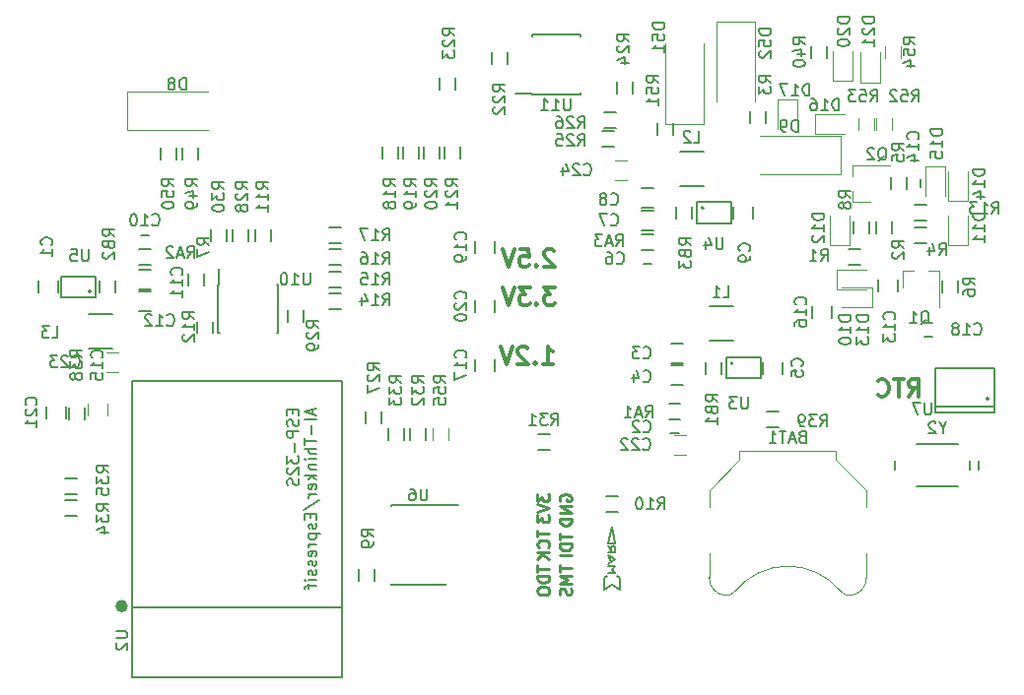
<source format=gbo>
G04 #@! TF.FileFunction,Legend,Bot*
%FSLAX46Y46*%
G04 Gerber Fmt 4.6, Leading zero omitted, Abs format (unit mm)*
G04 Created by KiCad (PCBNEW 4.0.7+dfsg1-1) date Thu Oct 12 01:03:24 2017*
%MOMM*%
%LPD*%
G01*
G04 APERTURE LIST*
%ADD10C,0.100000*%
%ADD11C,0.300000*%
%ADD12C,0.250000*%
%ADD13C,0.120000*%
%ADD14C,0.150000*%
%ADD15C,0.500000*%
%ADD16C,0.200000*%
G04 APERTURE END LIST*
D10*
D11*
X144502857Y-81823429D02*
X144431428Y-81752000D01*
X144288571Y-81680571D01*
X143931428Y-81680571D01*
X143788571Y-81752000D01*
X143717142Y-81823429D01*
X143645714Y-81966286D01*
X143645714Y-82109143D01*
X143717142Y-82323429D01*
X144574285Y-83180571D01*
X143645714Y-83180571D01*
X143002857Y-83037714D02*
X142931429Y-83109143D01*
X143002857Y-83180571D01*
X143074286Y-83109143D01*
X143002857Y-83037714D01*
X143002857Y-83180571D01*
X141574285Y-81680571D02*
X142288571Y-81680571D01*
X142360000Y-82394857D01*
X142288571Y-82323429D01*
X142145714Y-82252000D01*
X141788571Y-82252000D01*
X141645714Y-82323429D01*
X141574285Y-82394857D01*
X141502857Y-82537714D01*
X141502857Y-82894857D01*
X141574285Y-83037714D01*
X141645714Y-83109143D01*
X141788571Y-83180571D01*
X142145714Y-83180571D01*
X142288571Y-83109143D01*
X142360000Y-83037714D01*
X141074286Y-81680571D02*
X140574286Y-83180571D01*
X140074286Y-81680571D01*
X144574285Y-84982571D02*
X143645714Y-84982571D01*
X144145714Y-85554000D01*
X143931428Y-85554000D01*
X143788571Y-85625429D01*
X143717142Y-85696857D01*
X143645714Y-85839714D01*
X143645714Y-86196857D01*
X143717142Y-86339714D01*
X143788571Y-86411143D01*
X143931428Y-86482571D01*
X144360000Y-86482571D01*
X144502857Y-86411143D01*
X144574285Y-86339714D01*
X143002857Y-86339714D02*
X142931429Y-86411143D01*
X143002857Y-86482571D01*
X143074286Y-86411143D01*
X143002857Y-86339714D01*
X143002857Y-86482571D01*
X142431428Y-84982571D02*
X141502857Y-84982571D01*
X142002857Y-85554000D01*
X141788571Y-85554000D01*
X141645714Y-85625429D01*
X141574285Y-85696857D01*
X141502857Y-85839714D01*
X141502857Y-86196857D01*
X141574285Y-86339714D01*
X141645714Y-86411143D01*
X141788571Y-86482571D01*
X142217143Y-86482571D01*
X142360000Y-86411143D01*
X142431428Y-86339714D01*
X141074286Y-84982571D02*
X140574286Y-86482571D01*
X140074286Y-84982571D01*
X143518714Y-91562571D02*
X144375857Y-91562571D01*
X143947285Y-91562571D02*
X143947285Y-90062571D01*
X144090142Y-90276857D01*
X144233000Y-90419714D01*
X144375857Y-90491143D01*
X142875857Y-91419714D02*
X142804429Y-91491143D01*
X142875857Y-91562571D01*
X142947286Y-91491143D01*
X142875857Y-91419714D01*
X142875857Y-91562571D01*
X142233000Y-90205429D02*
X142161571Y-90134000D01*
X142018714Y-90062571D01*
X141661571Y-90062571D01*
X141518714Y-90134000D01*
X141447285Y-90205429D01*
X141375857Y-90348286D01*
X141375857Y-90491143D01*
X141447285Y-90705429D01*
X142304428Y-91562571D01*
X141375857Y-91562571D01*
X140947286Y-90062571D02*
X140447286Y-91562571D01*
X139947286Y-90062571D01*
D12*
X143082381Y-105854286D02*
X143082381Y-106425715D01*
X144082381Y-106140000D02*
X143082381Y-106140000D01*
X143987143Y-107330477D02*
X144034762Y-107282858D01*
X144082381Y-107140001D01*
X144082381Y-107044763D01*
X144034762Y-106901905D01*
X143939524Y-106806667D01*
X143844286Y-106759048D01*
X143653810Y-106711429D01*
X143510952Y-106711429D01*
X143320476Y-106759048D01*
X143225238Y-106806667D01*
X143130000Y-106901905D01*
X143082381Y-107044763D01*
X143082381Y-107140001D01*
X143130000Y-107282858D01*
X143177619Y-107330477D01*
X144082381Y-107759048D02*
X143082381Y-107759048D01*
X144082381Y-108330477D02*
X143510952Y-107901905D01*
X143082381Y-108330477D02*
X143653810Y-107759048D01*
X143082381Y-102726905D02*
X143082381Y-103345953D01*
X143463333Y-103012619D01*
X143463333Y-103155477D01*
X143510952Y-103250715D01*
X143558571Y-103298334D01*
X143653810Y-103345953D01*
X143891905Y-103345953D01*
X143987143Y-103298334D01*
X144034762Y-103250715D01*
X144082381Y-103155477D01*
X144082381Y-102869762D01*
X144034762Y-102774524D01*
X143987143Y-102726905D01*
X143082381Y-103631667D02*
X144082381Y-103965000D01*
X143082381Y-104298334D01*
X143082381Y-104536429D02*
X143082381Y-105155477D01*
X143463333Y-104822143D01*
X143463333Y-104965001D01*
X143510952Y-105060239D01*
X143558571Y-105107858D01*
X143653810Y-105155477D01*
X143891905Y-105155477D01*
X143987143Y-105107858D01*
X144034762Y-105060239D01*
X144082381Y-104965001D01*
X144082381Y-104679286D01*
X144034762Y-104584048D01*
X143987143Y-104536429D01*
X143082381Y-108878476D02*
X143082381Y-109449905D01*
X144082381Y-109164190D02*
X143082381Y-109164190D01*
X144082381Y-109783238D02*
X143082381Y-109783238D01*
X143082381Y-110021333D01*
X143130000Y-110164191D01*
X143225238Y-110259429D01*
X143320476Y-110307048D01*
X143510952Y-110354667D01*
X143653810Y-110354667D01*
X143844286Y-110307048D01*
X143939524Y-110259429D01*
X144034762Y-110164191D01*
X144082381Y-110021333D01*
X144082381Y-109783238D01*
X143082381Y-110973714D02*
X143082381Y-111164191D01*
X143130000Y-111259429D01*
X143225238Y-111354667D01*
X143415714Y-111402286D01*
X143749048Y-111402286D01*
X143939524Y-111354667D01*
X144034762Y-111259429D01*
X144082381Y-111164191D01*
X144082381Y-110973714D01*
X144034762Y-110878476D01*
X143939524Y-110783238D01*
X143749048Y-110735619D01*
X143415714Y-110735619D01*
X143225238Y-110783238D01*
X143130000Y-110878476D01*
X143082381Y-110973714D01*
X145035000Y-103330096D02*
X144987381Y-103234858D01*
X144987381Y-103092001D01*
X145035000Y-102949143D01*
X145130238Y-102853905D01*
X145225476Y-102806286D01*
X145415952Y-102758667D01*
X145558810Y-102758667D01*
X145749286Y-102806286D01*
X145844524Y-102853905D01*
X145939762Y-102949143D01*
X145987381Y-103092001D01*
X145987381Y-103187239D01*
X145939762Y-103330096D01*
X145892143Y-103377715D01*
X145558810Y-103377715D01*
X145558810Y-103187239D01*
X145987381Y-103806286D02*
X144987381Y-103806286D01*
X145987381Y-104377715D01*
X144987381Y-104377715D01*
X145987381Y-104853905D02*
X144987381Y-104853905D01*
X144987381Y-105092000D01*
X145035000Y-105234858D01*
X145130238Y-105330096D01*
X145225476Y-105377715D01*
X145415952Y-105425334D01*
X145558810Y-105425334D01*
X145749286Y-105377715D01*
X145844524Y-105330096D01*
X145939762Y-105234858D01*
X145987381Y-105092000D01*
X145987381Y-104853905D01*
X144987381Y-106116191D02*
X144987381Y-106687620D01*
X145987381Y-106401905D02*
X144987381Y-106401905D01*
X145987381Y-107020953D02*
X144987381Y-107020953D01*
X144987381Y-107259048D01*
X145035000Y-107401906D01*
X145130238Y-107497144D01*
X145225476Y-107544763D01*
X145415952Y-107592382D01*
X145558810Y-107592382D01*
X145749286Y-107544763D01*
X145844524Y-107497144D01*
X145939762Y-107401906D01*
X145987381Y-107259048D01*
X145987381Y-107020953D01*
X145987381Y-108020953D02*
X144987381Y-108020953D01*
X144987381Y-108854667D02*
X144987381Y-109426096D01*
X145987381Y-109140381D02*
X144987381Y-109140381D01*
X145987381Y-109759429D02*
X144987381Y-109759429D01*
X145701667Y-110092763D01*
X144987381Y-110426096D01*
X145987381Y-110426096D01*
X145939762Y-110854667D02*
X145987381Y-110997524D01*
X145987381Y-111235620D01*
X145939762Y-111330858D01*
X145892143Y-111378477D01*
X145796905Y-111426096D01*
X145701667Y-111426096D01*
X145606429Y-111378477D01*
X145558810Y-111330858D01*
X145511190Y-111235620D01*
X145463571Y-111045143D01*
X145415952Y-110949905D01*
X145368333Y-110902286D01*
X145273095Y-110854667D01*
X145177857Y-110854667D01*
X145082619Y-110902286D01*
X145035000Y-110949905D01*
X144987381Y-111045143D01*
X144987381Y-111283239D01*
X145035000Y-111426096D01*
D11*
X174967142Y-94356571D02*
X175467142Y-93642286D01*
X175824285Y-94356571D02*
X175824285Y-92856571D01*
X175252857Y-92856571D01*
X175109999Y-92928000D01*
X175038571Y-92999429D01*
X174967142Y-93142286D01*
X174967142Y-93356571D01*
X175038571Y-93499429D01*
X175109999Y-93570857D01*
X175252857Y-93642286D01*
X175824285Y-93642286D01*
X174538571Y-92856571D02*
X173681428Y-92856571D01*
X174109999Y-94356571D02*
X174109999Y-92856571D01*
X172324285Y-94213714D02*
X172395714Y-94285143D01*
X172610000Y-94356571D01*
X172752857Y-94356571D01*
X172967142Y-94285143D01*
X173110000Y-94142286D01*
X173181428Y-93999429D01*
X173252857Y-93713714D01*
X173252857Y-93499429D01*
X173181428Y-93213714D01*
X173110000Y-93070857D01*
X172967142Y-92928000D01*
X172752857Y-92856571D01*
X172610000Y-92856571D01*
X172395714Y-92928000D01*
X172324285Y-92999429D01*
D13*
X157345000Y-70900000D02*
X154045000Y-70900000D01*
X154045000Y-70900000D02*
X154045000Y-64000000D01*
X157345000Y-70900000D02*
X157345000Y-64000000D01*
D14*
X153369000Y-70826000D02*
X153369000Y-71826000D01*
X154719000Y-71826000D02*
X154719000Y-70826000D01*
X157870000Y-89565000D02*
X159870000Y-89565000D01*
X159870000Y-86615000D02*
X157870000Y-86615000D01*
X159886803Y-91500000D02*
G75*
G03X159886803Y-91500000I-111803J0D01*
G01*
X159275000Y-92800000D02*
X162275000Y-92800000D01*
X162275000Y-92800000D02*
X162275000Y-91000000D01*
X162275000Y-91000000D02*
X159275000Y-91000000D01*
X159275000Y-91000000D02*
X159275000Y-92800000D01*
X155330000Y-76230000D02*
X157330000Y-76230000D01*
X157330000Y-73280000D02*
X155330000Y-73280000D01*
X157346803Y-78135000D02*
G75*
G03X157346803Y-78135000I-111803J0D01*
G01*
X156735000Y-79435000D02*
X159735000Y-79435000D01*
X159735000Y-79435000D02*
X159735000Y-77635000D01*
X159735000Y-77635000D02*
X156735000Y-77635000D01*
X156735000Y-77635000D02*
X156735000Y-79435000D01*
X106530000Y-87250000D02*
X104530000Y-87250000D01*
X104530000Y-90200000D02*
X106530000Y-90200000D01*
X104736803Y-85315000D02*
G75*
G03X104736803Y-85315000I-111803J0D01*
G01*
X105125000Y-84015000D02*
X102125000Y-84015000D01*
X102125000Y-84015000D02*
X102125000Y-85815000D01*
X102125000Y-85815000D02*
X105125000Y-85815000D01*
X105125000Y-85815000D02*
X105125000Y-84015000D01*
X100235000Y-85415000D02*
X100235000Y-84415000D01*
X101935000Y-84415000D02*
X101935000Y-85415000D01*
X155560000Y-91480000D02*
X154560000Y-91480000D01*
X154560000Y-89780000D02*
X155560000Y-89780000D01*
X155560000Y-93385000D02*
X154560000Y-93385000D01*
X154560000Y-91685000D02*
X155560000Y-91685000D01*
X164165000Y-91400000D02*
X164165000Y-92400000D01*
X162465000Y-92400000D02*
X162465000Y-91400000D01*
X153020000Y-80050000D02*
X152020000Y-80050000D01*
X152020000Y-78350000D02*
X153020000Y-78350000D01*
X153020000Y-78145000D02*
X152020000Y-78145000D01*
X152020000Y-76445000D02*
X153020000Y-76445000D01*
X161625000Y-78065000D02*
X161625000Y-79065000D01*
X159925000Y-79065000D02*
X159925000Y-78065000D01*
X108840000Y-83430000D02*
X109840000Y-83430000D01*
X109840000Y-85130000D02*
X108840000Y-85130000D01*
X108840000Y-85335000D02*
X109840000Y-85335000D01*
X109840000Y-87035000D02*
X108840000Y-87035000D01*
X181857000Y-94567000D02*
G75*
G03X181857000Y-94567000I-127000J0D01*
G01*
X182365000Y-95202000D02*
X177285000Y-95202000D01*
X182365000Y-91900000D02*
X177285000Y-91900000D01*
X182365000Y-95710000D02*
X177285000Y-95710000D01*
X182365000Y-95710000D02*
X182365000Y-91900000D01*
X177285000Y-95710000D02*
X177285000Y-91900000D01*
X174071000Y-84288000D02*
X174071000Y-85288000D01*
X172371000Y-85288000D02*
X172371000Y-84288000D01*
D13*
X174435000Y-83520000D02*
X175365000Y-83520000D01*
X177595000Y-83520000D02*
X176665000Y-83520000D01*
X177595000Y-83520000D02*
X177595000Y-86680000D01*
X174435000Y-83520000D02*
X174435000Y-84980000D01*
X170175000Y-77605000D02*
X170175000Y-76675000D01*
X170175000Y-74445000D02*
X170175000Y-75375000D01*
X170175000Y-74445000D02*
X173335000Y-74445000D01*
X170175000Y-77605000D02*
X171635000Y-77605000D01*
D14*
X154510000Y-97510000D02*
X155210000Y-97510000D01*
X155210000Y-96310000D02*
X154510000Y-96310000D01*
X152170000Y-82975000D02*
X152870000Y-82975000D01*
X152870000Y-81775000D02*
X152170000Y-81775000D01*
X109690000Y-80505000D02*
X108990000Y-80505000D01*
X108990000Y-81705000D02*
X109690000Y-81705000D01*
X174780000Y-75675000D02*
X174780000Y-76375000D01*
X175980000Y-76375000D02*
X175980000Y-75675000D01*
X170800000Y-81700000D02*
X169800000Y-81700000D01*
X169800000Y-83050000D02*
X170800000Y-83050000D01*
X172165000Y-79335000D02*
X172165000Y-80335000D01*
X173515000Y-80335000D02*
X173515000Y-79335000D01*
X175515000Y-81145000D02*
X176515000Y-81145000D01*
X176515000Y-79795000D02*
X175515000Y-79795000D01*
X174785000Y-76525000D02*
X174785000Y-75525000D01*
X173435000Y-75525000D02*
X173435000Y-76525000D01*
X179230000Y-85415000D02*
X179230000Y-84415000D01*
X177880000Y-84415000D02*
X177880000Y-85415000D01*
X114460000Y-84780000D02*
X114460000Y-83780000D01*
X113110000Y-83780000D02*
X113110000Y-84780000D01*
X170260000Y-79335000D02*
X170260000Y-80335000D01*
X171610000Y-80335000D02*
X171610000Y-79335000D01*
X129065000Y-110180000D02*
X129065000Y-109180000D01*
X127715000Y-109180000D02*
X127715000Y-110180000D01*
X148972000Y-104259000D02*
X149972000Y-104259000D01*
X149972000Y-102909000D02*
X148972000Y-102909000D01*
X175515000Y-79240000D02*
X176515000Y-79240000D01*
X176515000Y-77890000D02*
X175515000Y-77890000D01*
X155360000Y-94965000D02*
X154360000Y-94965000D01*
X154360000Y-96315000D02*
X155360000Y-96315000D01*
X108840000Y-83050000D02*
X109840000Y-83050000D01*
X109840000Y-81700000D02*
X108840000Y-81700000D01*
X153020000Y-80430000D02*
X152020000Y-80430000D01*
X152020000Y-81780000D02*
X153020000Y-81780000D01*
X158910000Y-92400000D02*
X158910000Y-91400000D01*
X157560000Y-91400000D02*
X157560000Y-92400000D01*
X105490000Y-84415000D02*
X105490000Y-85415000D01*
X106840000Y-85415000D02*
X106840000Y-84415000D01*
X156370000Y-79065000D02*
X156370000Y-78065000D01*
X155020000Y-78065000D02*
X155020000Y-79065000D01*
X125182000Y-86860000D02*
X126182000Y-86860000D01*
X126182000Y-85510000D02*
X125182000Y-85510000D01*
X125182000Y-84954000D02*
X126182000Y-84954000D01*
X126182000Y-83604000D02*
X125182000Y-83604000D01*
X125182000Y-83050000D02*
X126182000Y-83050000D01*
X126182000Y-81700000D02*
X125182000Y-81700000D01*
X125182000Y-81145000D02*
X126182000Y-81145000D01*
X126182000Y-79795000D02*
X125182000Y-79795000D01*
X129747000Y-72858000D02*
X129747000Y-73858000D01*
X131097000Y-73858000D02*
X131097000Y-72858000D01*
X131525000Y-72858000D02*
X131525000Y-73858000D01*
X132875000Y-73858000D02*
X132875000Y-72858000D01*
X133303000Y-72858000D02*
X133303000Y-73858000D01*
X134653000Y-73858000D02*
X134653000Y-72858000D01*
X135081000Y-72858000D02*
X135081000Y-73858000D01*
X136431000Y-73858000D02*
X136431000Y-72858000D01*
X115655000Y-84745000D02*
X115705000Y-84745000D01*
X115655000Y-88895000D02*
X115800000Y-88895000D01*
X120805000Y-88895000D02*
X120660000Y-88895000D01*
X120805000Y-84745000D02*
X120660000Y-84745000D01*
X115655000Y-84745000D02*
X115655000Y-88895000D01*
X120805000Y-84745000D02*
X120805000Y-88895000D01*
X115705000Y-84745000D02*
X115705000Y-83345000D01*
X176300000Y-89198000D02*
X177000000Y-89198000D01*
X177000000Y-87998000D02*
X176300000Y-87998000D01*
X142605000Y-68375000D02*
X142605000Y-68325000D01*
X146755000Y-68375000D02*
X146755000Y-68230000D01*
X146755000Y-63225000D02*
X146755000Y-63370000D01*
X142605000Y-63225000D02*
X142605000Y-63370000D01*
X142605000Y-68375000D02*
X146755000Y-68375000D01*
X142605000Y-63225000D02*
X146755000Y-63225000D01*
X142605000Y-68325000D02*
X141205000Y-68325000D01*
D15*
X107638415Y-112384338D02*
G75*
G03X107638415Y-112384338I-283981J0D01*
G01*
D14*
X126260434Y-112530338D02*
X108260434Y-112530338D01*
X108260434Y-118530338D02*
X108260434Y-93030338D01*
X126260434Y-118530338D02*
X126260434Y-93030338D01*
X126260434Y-93030338D02*
X108260434Y-93030338D01*
X126260434Y-118530338D02*
X108260434Y-118530338D01*
X161370000Y-69810000D02*
X161370000Y-70810000D01*
X162720000Y-70810000D02*
X162720000Y-69810000D01*
X139145000Y-64730000D02*
X139145000Y-65730000D01*
X140495000Y-65730000D02*
X140495000Y-64730000D01*
X134700000Y-66932000D02*
X134700000Y-67932000D01*
X136050000Y-67932000D02*
X136050000Y-66932000D01*
X149940000Y-67270000D02*
X149940000Y-68270000D01*
X151290000Y-68270000D02*
X151290000Y-67270000D01*
X148675000Y-72890000D02*
X149675000Y-72890000D01*
X149675000Y-71540000D02*
X148675000Y-71540000D01*
X148780000Y-71275000D02*
X149780000Y-71275000D01*
X149780000Y-69925000D02*
X148780000Y-69925000D01*
X130510000Y-103690000D02*
X130510000Y-103790000D01*
X130510000Y-110515000D02*
X130510000Y-110490000D01*
X135160000Y-110515000D02*
X135160000Y-110490000D01*
X136235000Y-103690000D02*
X130510000Y-103690000D01*
X135160000Y-110515000D02*
X130510000Y-110515000D01*
X120175000Y-80970000D02*
X120175000Y-79970000D01*
X118825000Y-79970000D02*
X118825000Y-80970000D01*
X113805000Y-87900000D02*
X113805000Y-88900000D01*
X115155000Y-88900000D02*
X115155000Y-87900000D01*
X128350000Y-95675000D02*
X128350000Y-96675000D01*
X129700000Y-96675000D02*
X129700000Y-95675000D01*
X118270000Y-80970000D02*
X118270000Y-79970000D01*
X116920000Y-79970000D02*
X116920000Y-80970000D01*
X122955000Y-87900000D02*
X122955000Y-86900000D01*
X121605000Y-86900000D02*
X121605000Y-87900000D01*
X116365000Y-80970000D02*
X116365000Y-79970000D01*
X115015000Y-79970000D02*
X115015000Y-80970000D01*
X143130000Y-98925000D02*
X144130000Y-98925000D01*
X144130000Y-97575000D02*
X143130000Y-97575000D01*
X132160000Y-97115000D02*
X132160000Y-98115000D01*
X133510000Y-98115000D02*
X133510000Y-97115000D01*
X130255000Y-97115000D02*
X130255000Y-98115000D01*
X131605000Y-98115000D02*
X131605000Y-97115000D01*
X103490000Y-103290000D02*
X102490000Y-103290000D01*
X102490000Y-104640000D02*
X103490000Y-104640000D01*
X103490000Y-101385000D02*
X102490000Y-101385000D01*
X102490000Y-102735000D02*
X103490000Y-102735000D01*
X102823000Y-95294000D02*
X102823000Y-96294000D01*
X104173000Y-96294000D02*
X104173000Y-95294000D01*
X168356000Y-86574000D02*
X168356000Y-87574000D01*
X166656000Y-87574000D02*
X166656000Y-86574000D01*
X162815000Y-97020000D02*
X163815000Y-97020000D01*
X163815000Y-95670000D02*
X162815000Y-95670000D01*
X166577000Y-64222000D02*
X166577000Y-65222000D01*
X167927000Y-65222000D02*
X167927000Y-64222000D01*
X137700000Y-92146000D02*
X137700000Y-91146000D01*
X139400000Y-91146000D02*
X139400000Y-92146000D01*
X139400000Y-80986000D02*
X139400000Y-81986000D01*
X137700000Y-81986000D02*
X137700000Y-80986000D01*
X137700000Y-87066000D02*
X137700000Y-86066000D01*
X139400000Y-86066000D02*
X139400000Y-87066000D01*
X100870000Y-96210000D02*
X100870000Y-95210000D01*
X102570000Y-95210000D02*
X102570000Y-96210000D01*
X112602000Y-72985000D02*
X112602000Y-73985000D01*
X113952000Y-73985000D02*
X113952000Y-72985000D01*
X110697000Y-72985000D02*
X110697000Y-73985000D01*
X112047000Y-73985000D02*
X112047000Y-72985000D01*
D13*
X172160000Y-70445000D02*
X172160000Y-71445000D01*
X173520000Y-71445000D02*
X173520000Y-70445000D01*
X170636000Y-70445000D02*
X170636000Y-71445000D01*
X171996000Y-71445000D02*
X171996000Y-70445000D01*
X159170385Y-111454160D02*
G75*
G03X160085000Y-111070000I124615J984160D01*
G01*
X169999615Y-111454160D02*
G75*
G02X169085000Y-111070000I-124615J984160D01*
G01*
X160094339Y-111058671D02*
G75*
G02X169085000Y-111070000I4490661J-3711329D01*
G01*
X157835000Y-109920000D02*
G75*
G03X159285000Y-111470000I1500000J-50000D01*
G01*
X171335000Y-109920000D02*
G75*
G02X169885000Y-111470000I-1500000J-50000D01*
G01*
X157835000Y-107870000D02*
X157835000Y-109970000D01*
X171335000Y-107870000D02*
X171335000Y-109970000D01*
X171335000Y-103870000D02*
X171335000Y-102420000D01*
X171335000Y-102420000D02*
X168735000Y-99820000D01*
X168735000Y-99820000D02*
X168735000Y-99020000D01*
X168735000Y-99020000D02*
X160435000Y-99020000D01*
X160435000Y-99020000D02*
X160435000Y-99820000D01*
X160435000Y-99820000D02*
X157835000Y-102420000D01*
X157835000Y-102420000D02*
X157835000Y-103870000D01*
D14*
X173812000Y-99882000D02*
X173812000Y-100682000D01*
X179212000Y-98482000D02*
X175612000Y-98482000D01*
X179212000Y-102082000D02*
X175612000Y-102082000D01*
X180212000Y-99882000D02*
X180212000Y-100682000D01*
X181012000Y-99882000D02*
X181012000Y-100682000D01*
D13*
X176435000Y-74525000D02*
X178135000Y-74525000D01*
X178135000Y-74525000D02*
X178135000Y-77075000D01*
X176435000Y-74525000D02*
X176435000Y-77075000D01*
X106126000Y-94956000D02*
X106126000Y-95956000D01*
X104426000Y-95956000D02*
X104426000Y-94956000D01*
X168800000Y-85130000D02*
X168800000Y-83430000D01*
X168800000Y-83430000D02*
X171350000Y-83430000D01*
X168800000Y-85130000D02*
X171350000Y-85130000D01*
X180040000Y-81335000D02*
X178340000Y-81335000D01*
X178340000Y-81335000D02*
X178340000Y-78785000D01*
X180040000Y-81335000D02*
X180040000Y-78785000D01*
X169880000Y-81335000D02*
X168180000Y-81335000D01*
X168180000Y-81335000D02*
X168180000Y-78785000D01*
X169880000Y-81335000D02*
X169880000Y-78785000D01*
X171800000Y-84954000D02*
X171800000Y-86654000D01*
X171800000Y-86654000D02*
X169250000Y-86654000D01*
X171800000Y-84954000D02*
X169250000Y-84954000D01*
X180040000Y-77525000D02*
X178340000Y-77525000D01*
X178340000Y-77525000D02*
X178340000Y-74975000D01*
X180040000Y-77525000D02*
X180040000Y-74975000D01*
X166895000Y-71795000D02*
X166895000Y-70095000D01*
X166895000Y-70095000D02*
X169445000Y-70095000D01*
X166895000Y-71795000D02*
X169445000Y-71795000D01*
X163735000Y-68810000D02*
X165435000Y-68810000D01*
X165435000Y-68810000D02*
X165435000Y-71360000D01*
X163735000Y-68810000D02*
X163735000Y-71360000D01*
X170134000Y-67238000D02*
X168434000Y-67238000D01*
X168434000Y-67238000D02*
X168434000Y-64688000D01*
X170134000Y-67238000D02*
X170134000Y-64688000D01*
X172547000Y-67331000D02*
X170847000Y-67331000D01*
X170847000Y-67331000D02*
X170847000Y-64781000D01*
X172547000Y-67331000D02*
X172547000Y-64781000D01*
X107861000Y-71452000D02*
X107861000Y-68152000D01*
X107861000Y-68152000D02*
X114761000Y-68152000D01*
X107861000Y-71452000D02*
X114761000Y-71452000D01*
X169112000Y-71962000D02*
X169112000Y-75262000D01*
X169112000Y-75262000D02*
X162212000Y-75262000D01*
X169112000Y-71962000D02*
X162212000Y-71962000D01*
X158490000Y-62100000D02*
X161790000Y-62100000D01*
X161790000Y-62100000D02*
X161790000Y-69000000D01*
X158490000Y-62100000D02*
X158490000Y-69000000D01*
X155814000Y-99354000D02*
X154814000Y-99354000D01*
X154814000Y-97654000D02*
X155814000Y-97654000D01*
X106046000Y-90542000D02*
X107046000Y-90542000D01*
X107046000Y-92242000D02*
X106046000Y-92242000D01*
X149734000Y-74032000D02*
X150734000Y-74032000D01*
X150734000Y-75732000D02*
X149734000Y-75732000D01*
X172922000Y-64222000D02*
X172922000Y-65222000D01*
X174282000Y-65222000D02*
X174282000Y-64222000D01*
X135420000Y-98115000D02*
X135420000Y-97115000D01*
X134060000Y-97115000D02*
X134060000Y-98115000D01*
D14*
X148772000Y-109969000D02*
X149072000Y-109769000D01*
X150172000Y-109969000D02*
X149872000Y-109769000D01*
X148772000Y-110969000D02*
X148772000Y-109969000D01*
X149472000Y-110569000D02*
X148772000Y-110969000D01*
X150172000Y-110969000D02*
X149472000Y-110569000D01*
X150172000Y-109969000D02*
X150172000Y-110969000D01*
X149472000Y-105569000D02*
X149172000Y-106969000D01*
X149772000Y-106969000D02*
X149472000Y-105569000D01*
X149172000Y-106969000D02*
X149772000Y-106969000D01*
X149172000Y-107169000D02*
X149372000Y-107669000D01*
X149372000Y-107369000D02*
X149372000Y-107769000D01*
X149572000Y-107169000D02*
X149372000Y-107369000D01*
X149772000Y-107369000D02*
X149572000Y-107169000D01*
X149772000Y-107769000D02*
X149772000Y-107369000D01*
X149172000Y-107769000D02*
X149772000Y-107769000D01*
X149172000Y-107969000D02*
X149372000Y-108569000D01*
X149772000Y-108369000D02*
X149172000Y-107969000D01*
X149172000Y-108769000D02*
X149772000Y-108369000D01*
X149772000Y-108969000D02*
X149172000Y-108969000D01*
X149472000Y-109269000D02*
X149772000Y-108969000D01*
X149772000Y-109569000D02*
X149472000Y-109269000D01*
X149172000Y-109569000D02*
X149772000Y-109569000D01*
X153988381Y-62237714D02*
X152988381Y-62237714D01*
X152988381Y-62475809D01*
X153036000Y-62618667D01*
X153131238Y-62713905D01*
X153226476Y-62761524D01*
X153416952Y-62809143D01*
X153559810Y-62809143D01*
X153750286Y-62761524D01*
X153845524Y-62713905D01*
X153940762Y-62618667D01*
X153988381Y-62475809D01*
X153988381Y-62237714D01*
X152988381Y-63713905D02*
X152988381Y-63237714D01*
X153464571Y-63190095D01*
X153416952Y-63237714D01*
X153369333Y-63332952D01*
X153369333Y-63571048D01*
X153416952Y-63666286D01*
X153464571Y-63713905D01*
X153559810Y-63761524D01*
X153797905Y-63761524D01*
X153893143Y-63713905D01*
X153940762Y-63666286D01*
X153988381Y-63571048D01*
X153988381Y-63332952D01*
X153940762Y-63237714D01*
X153893143Y-63190095D01*
X153988381Y-64713905D02*
X153988381Y-64142476D01*
X153988381Y-64428190D02*
X152988381Y-64428190D01*
X153131238Y-64332952D01*
X153226476Y-64237714D01*
X153274095Y-64142476D01*
X153480381Y-67381143D02*
X153004190Y-67047809D01*
X153480381Y-66809714D02*
X152480381Y-66809714D01*
X152480381Y-67190667D01*
X152528000Y-67285905D01*
X152575619Y-67333524D01*
X152670857Y-67381143D01*
X152813714Y-67381143D01*
X152908952Y-67333524D01*
X152956571Y-67285905D01*
X153004190Y-67190667D01*
X153004190Y-66809714D01*
X152480381Y-68285905D02*
X152480381Y-67809714D01*
X152956571Y-67762095D01*
X152908952Y-67809714D01*
X152861333Y-67904952D01*
X152861333Y-68143048D01*
X152908952Y-68238286D01*
X152956571Y-68285905D01*
X153051810Y-68333524D01*
X153289905Y-68333524D01*
X153385143Y-68285905D01*
X153432762Y-68238286D01*
X153480381Y-68143048D01*
X153480381Y-67904952D01*
X153432762Y-67809714D01*
X153385143Y-67762095D01*
X153480381Y-69285905D02*
X153480381Y-68714476D01*
X153480381Y-69000190D02*
X152480381Y-69000190D01*
X152623238Y-68904952D01*
X152718476Y-68809714D01*
X152766095Y-68714476D01*
X159036666Y-85842381D02*
X159512857Y-85842381D01*
X159512857Y-84842381D01*
X158179523Y-85842381D02*
X158750952Y-85842381D01*
X158465238Y-85842381D02*
X158465238Y-84842381D01*
X158560476Y-84985238D01*
X158655714Y-85080476D01*
X158750952Y-85128095D01*
D16*
X161155905Y-94400381D02*
X161155905Y-95209905D01*
X161108286Y-95305143D01*
X161060667Y-95352762D01*
X160965429Y-95400381D01*
X160774952Y-95400381D01*
X160679714Y-95352762D01*
X160632095Y-95305143D01*
X160584476Y-95209905D01*
X160584476Y-94400381D01*
X160203524Y-94400381D02*
X159584476Y-94400381D01*
X159917810Y-94781333D01*
X159774952Y-94781333D01*
X159679714Y-94828952D01*
X159632095Y-94876571D01*
X159584476Y-94971810D01*
X159584476Y-95209905D01*
X159632095Y-95305143D01*
X159679714Y-95352762D01*
X159774952Y-95400381D01*
X160060667Y-95400381D01*
X160155905Y-95352762D01*
X160203524Y-95305143D01*
D14*
X156496666Y-72507381D02*
X156972857Y-72507381D01*
X156972857Y-71507381D01*
X156210952Y-71602619D02*
X156163333Y-71555000D01*
X156068095Y-71507381D01*
X155829999Y-71507381D01*
X155734761Y-71555000D01*
X155687142Y-71602619D01*
X155639523Y-71697857D01*
X155639523Y-71793095D01*
X155687142Y-71935952D01*
X156258571Y-72507381D01*
X155639523Y-72507381D01*
D16*
X158996905Y-80684381D02*
X158996905Y-81493905D01*
X158949286Y-81589143D01*
X158901667Y-81636762D01*
X158806429Y-81684381D01*
X158615952Y-81684381D01*
X158520714Y-81636762D01*
X158473095Y-81589143D01*
X158425476Y-81493905D01*
X158425476Y-80684381D01*
X157520714Y-81017714D02*
X157520714Y-81684381D01*
X157758810Y-80636762D02*
X157996905Y-81351048D01*
X157377857Y-81351048D01*
D14*
X101378666Y-89304381D02*
X101854857Y-89304381D01*
X101854857Y-88304381D01*
X101140571Y-88304381D02*
X100521523Y-88304381D01*
X100854857Y-88685333D01*
X100711999Y-88685333D01*
X100616761Y-88732952D01*
X100569142Y-88780571D01*
X100521523Y-88875810D01*
X100521523Y-89113905D01*
X100569142Y-89209143D01*
X100616761Y-89256762D01*
X100711999Y-89304381D01*
X100997714Y-89304381D01*
X101092952Y-89256762D01*
X101140571Y-89209143D01*
D16*
X104513905Y-81700381D02*
X104513905Y-82509905D01*
X104466286Y-82605143D01*
X104418667Y-82652762D01*
X104323429Y-82700381D01*
X104132952Y-82700381D01*
X104037714Y-82652762D01*
X103990095Y-82605143D01*
X103942476Y-82509905D01*
X103942476Y-81700381D01*
X102990095Y-81700381D02*
X103466286Y-81700381D01*
X103513905Y-82176571D01*
X103466286Y-82128952D01*
X103371048Y-82081333D01*
X103132952Y-82081333D01*
X103037714Y-82128952D01*
X102990095Y-82176571D01*
X102942476Y-82271810D01*
X102942476Y-82509905D01*
X102990095Y-82605143D01*
X103037714Y-82652762D01*
X103132952Y-82700381D01*
X103371048Y-82700381D01*
X103466286Y-82652762D01*
X103513905Y-82605143D01*
D14*
X101315143Y-81319334D02*
X101362762Y-81271715D01*
X101410381Y-81128858D01*
X101410381Y-81033620D01*
X101362762Y-80890762D01*
X101267524Y-80795524D01*
X101172286Y-80747905D01*
X100981810Y-80700286D01*
X100838952Y-80700286D01*
X100648476Y-80747905D01*
X100553238Y-80795524D01*
X100458000Y-80890762D01*
X100410381Y-81033620D01*
X100410381Y-81128858D01*
X100458000Y-81271715D01*
X100505619Y-81319334D01*
X101410381Y-82271715D02*
X101410381Y-81700286D01*
X101410381Y-81986000D02*
X100410381Y-81986000D01*
X100553238Y-81890762D01*
X100648476Y-81795524D01*
X100696095Y-81700286D01*
X152178666Y-90987143D02*
X152226285Y-91034762D01*
X152369142Y-91082381D01*
X152464380Y-91082381D01*
X152607238Y-91034762D01*
X152702476Y-90939524D01*
X152750095Y-90844286D01*
X152797714Y-90653810D01*
X152797714Y-90510952D01*
X152750095Y-90320476D01*
X152702476Y-90225238D01*
X152607238Y-90130000D01*
X152464380Y-90082381D01*
X152369142Y-90082381D01*
X152226285Y-90130000D01*
X152178666Y-90177619D01*
X151845333Y-90082381D02*
X151226285Y-90082381D01*
X151559619Y-90463333D01*
X151416761Y-90463333D01*
X151321523Y-90510952D01*
X151273904Y-90558571D01*
X151226285Y-90653810D01*
X151226285Y-90891905D01*
X151273904Y-90987143D01*
X151321523Y-91034762D01*
X151416761Y-91082381D01*
X151702476Y-91082381D01*
X151797714Y-91034762D01*
X151845333Y-90987143D01*
X152178666Y-93019143D02*
X152226285Y-93066762D01*
X152369142Y-93114381D01*
X152464380Y-93114381D01*
X152607238Y-93066762D01*
X152702476Y-92971524D01*
X152750095Y-92876286D01*
X152797714Y-92685810D01*
X152797714Y-92542952D01*
X152750095Y-92352476D01*
X152702476Y-92257238D01*
X152607238Y-92162000D01*
X152464380Y-92114381D01*
X152369142Y-92114381D01*
X152226285Y-92162000D01*
X152178666Y-92209619D01*
X151321523Y-92447714D02*
X151321523Y-93114381D01*
X151559619Y-92066762D02*
X151797714Y-92781048D01*
X151178666Y-92781048D01*
X165772143Y-91733334D02*
X165819762Y-91685715D01*
X165867381Y-91542858D01*
X165867381Y-91447620D01*
X165819762Y-91304762D01*
X165724524Y-91209524D01*
X165629286Y-91161905D01*
X165438810Y-91114286D01*
X165295952Y-91114286D01*
X165105476Y-91161905D01*
X165010238Y-91209524D01*
X164915000Y-91304762D01*
X164867381Y-91447620D01*
X164867381Y-91542858D01*
X164915000Y-91685715D01*
X164962619Y-91733334D01*
X164867381Y-92638096D02*
X164867381Y-92161905D01*
X165343571Y-92114286D01*
X165295952Y-92161905D01*
X165248333Y-92257143D01*
X165248333Y-92495239D01*
X165295952Y-92590477D01*
X165343571Y-92638096D01*
X165438810Y-92685715D01*
X165676905Y-92685715D01*
X165772143Y-92638096D01*
X165819762Y-92590477D01*
X165867381Y-92495239D01*
X165867381Y-92257143D01*
X165819762Y-92161905D01*
X165772143Y-92114286D01*
X149384666Y-79557143D02*
X149432285Y-79604762D01*
X149575142Y-79652381D01*
X149670380Y-79652381D01*
X149813238Y-79604762D01*
X149908476Y-79509524D01*
X149956095Y-79414286D01*
X150003714Y-79223810D01*
X150003714Y-79080952D01*
X149956095Y-78890476D01*
X149908476Y-78795238D01*
X149813238Y-78700000D01*
X149670380Y-78652381D01*
X149575142Y-78652381D01*
X149432285Y-78700000D01*
X149384666Y-78747619D01*
X149051333Y-78652381D02*
X148384666Y-78652381D01*
X148813238Y-79652381D01*
X149384666Y-77779143D02*
X149432285Y-77826762D01*
X149575142Y-77874381D01*
X149670380Y-77874381D01*
X149813238Y-77826762D01*
X149908476Y-77731524D01*
X149956095Y-77636286D01*
X150003714Y-77445810D01*
X150003714Y-77302952D01*
X149956095Y-77112476D01*
X149908476Y-77017238D01*
X149813238Y-76922000D01*
X149670380Y-76874381D01*
X149575142Y-76874381D01*
X149432285Y-76922000D01*
X149384666Y-76969619D01*
X148813238Y-77302952D02*
X148908476Y-77255333D01*
X148956095Y-77207714D01*
X149003714Y-77112476D01*
X149003714Y-77064857D01*
X148956095Y-76969619D01*
X148908476Y-76922000D01*
X148813238Y-76874381D01*
X148622761Y-76874381D01*
X148527523Y-76922000D01*
X148479904Y-76969619D01*
X148432285Y-77064857D01*
X148432285Y-77112476D01*
X148479904Y-77207714D01*
X148527523Y-77255333D01*
X148622761Y-77302952D01*
X148813238Y-77302952D01*
X148908476Y-77350571D01*
X148956095Y-77398190D01*
X149003714Y-77493429D01*
X149003714Y-77683905D01*
X148956095Y-77779143D01*
X148908476Y-77826762D01*
X148813238Y-77874381D01*
X148622761Y-77874381D01*
X148527523Y-77826762D01*
X148479904Y-77779143D01*
X148432285Y-77683905D01*
X148432285Y-77493429D01*
X148479904Y-77398190D01*
X148527523Y-77350571D01*
X148622761Y-77302952D01*
X161259143Y-81827334D02*
X161306762Y-81779715D01*
X161354381Y-81636858D01*
X161354381Y-81541620D01*
X161306762Y-81398762D01*
X161211524Y-81303524D01*
X161116286Y-81255905D01*
X160925810Y-81208286D01*
X160782952Y-81208286D01*
X160592476Y-81255905D01*
X160497238Y-81303524D01*
X160402000Y-81398762D01*
X160354381Y-81541620D01*
X160354381Y-81636858D01*
X160402000Y-81779715D01*
X160449619Y-81827334D01*
X161354381Y-82303524D02*
X161354381Y-82494000D01*
X161306762Y-82589239D01*
X161259143Y-82636858D01*
X161116286Y-82732096D01*
X160925810Y-82779715D01*
X160544857Y-82779715D01*
X160449619Y-82732096D01*
X160402000Y-82684477D01*
X160354381Y-82589239D01*
X160354381Y-82398762D01*
X160402000Y-82303524D01*
X160449619Y-82255905D01*
X160544857Y-82208286D01*
X160782952Y-82208286D01*
X160878190Y-82255905D01*
X160925810Y-82303524D01*
X160973429Y-82398762D01*
X160973429Y-82589239D01*
X160925810Y-82684477D01*
X160878190Y-82732096D01*
X160782952Y-82779715D01*
X112491143Y-83891143D02*
X112538762Y-83843524D01*
X112586381Y-83700667D01*
X112586381Y-83605429D01*
X112538762Y-83462571D01*
X112443524Y-83367333D01*
X112348286Y-83319714D01*
X112157810Y-83272095D01*
X112014952Y-83272095D01*
X111824476Y-83319714D01*
X111729238Y-83367333D01*
X111634000Y-83462571D01*
X111586381Y-83605429D01*
X111586381Y-83700667D01*
X111634000Y-83843524D01*
X111681619Y-83891143D01*
X112586381Y-84843524D02*
X112586381Y-84272095D01*
X112586381Y-84557809D02*
X111586381Y-84557809D01*
X111729238Y-84462571D01*
X111824476Y-84367333D01*
X111872095Y-84272095D01*
X112586381Y-85795905D02*
X112586381Y-85224476D01*
X112586381Y-85510190D02*
X111586381Y-85510190D01*
X111729238Y-85414952D01*
X111824476Y-85319714D01*
X111872095Y-85224476D01*
X111252857Y-88193143D02*
X111300476Y-88240762D01*
X111443333Y-88288381D01*
X111538571Y-88288381D01*
X111681429Y-88240762D01*
X111776667Y-88145524D01*
X111824286Y-88050286D01*
X111871905Y-87859810D01*
X111871905Y-87716952D01*
X111824286Y-87526476D01*
X111776667Y-87431238D01*
X111681429Y-87336000D01*
X111538571Y-87288381D01*
X111443333Y-87288381D01*
X111300476Y-87336000D01*
X111252857Y-87383619D01*
X110300476Y-88288381D02*
X110871905Y-88288381D01*
X110586191Y-88288381D02*
X110586191Y-87288381D01*
X110681429Y-87431238D01*
X110776667Y-87526476D01*
X110871905Y-87574095D01*
X109919524Y-87383619D02*
X109871905Y-87336000D01*
X109776667Y-87288381D01*
X109538571Y-87288381D01*
X109443333Y-87336000D01*
X109395714Y-87383619D01*
X109348095Y-87478857D01*
X109348095Y-87574095D01*
X109395714Y-87716952D01*
X109967143Y-88288381D01*
X109348095Y-88288381D01*
X176903905Y-94908381D02*
X176903905Y-95717905D01*
X176856286Y-95813143D01*
X176808667Y-95860762D01*
X176713429Y-95908381D01*
X176522952Y-95908381D01*
X176427714Y-95860762D01*
X176380095Y-95813143D01*
X176332476Y-95717905D01*
X176332476Y-94908381D01*
X175951524Y-94908381D02*
X175284857Y-94908381D01*
X175713429Y-95908381D01*
X173705143Y-87701143D02*
X173752762Y-87653524D01*
X173800381Y-87510667D01*
X173800381Y-87415429D01*
X173752762Y-87272571D01*
X173657524Y-87177333D01*
X173562286Y-87129714D01*
X173371810Y-87082095D01*
X173228952Y-87082095D01*
X173038476Y-87129714D01*
X172943238Y-87177333D01*
X172848000Y-87272571D01*
X172800381Y-87415429D01*
X172800381Y-87510667D01*
X172848000Y-87653524D01*
X172895619Y-87701143D01*
X173800381Y-88653524D02*
X173800381Y-88082095D01*
X173800381Y-88367809D02*
X172800381Y-88367809D01*
X172943238Y-88272571D01*
X173038476Y-88177333D01*
X173086095Y-88082095D01*
X172800381Y-88986857D02*
X172800381Y-89605905D01*
X173181333Y-89272571D01*
X173181333Y-89415429D01*
X173228952Y-89510667D01*
X173276571Y-89558286D01*
X173371810Y-89605905D01*
X173609905Y-89605905D01*
X173705143Y-89558286D01*
X173752762Y-89510667D01*
X173800381Y-89415429D01*
X173800381Y-89129714D01*
X173752762Y-89034476D01*
X173705143Y-88986857D01*
X175983238Y-88129619D02*
X176078476Y-88082000D01*
X176173714Y-87986762D01*
X176316571Y-87843905D01*
X176411810Y-87796286D01*
X176507048Y-87796286D01*
X176459429Y-88034381D02*
X176554667Y-87986762D01*
X176649905Y-87891524D01*
X176697524Y-87701048D01*
X176697524Y-87367714D01*
X176649905Y-87177238D01*
X176554667Y-87082000D01*
X176459429Y-87034381D01*
X176268952Y-87034381D01*
X176173714Y-87082000D01*
X176078476Y-87177238D01*
X176030857Y-87367714D01*
X176030857Y-87701048D01*
X176078476Y-87891524D01*
X176173714Y-87986762D01*
X176268952Y-88034381D01*
X176459429Y-88034381D01*
X175078476Y-88034381D02*
X175649905Y-88034381D01*
X175364191Y-88034381D02*
X175364191Y-87034381D01*
X175459429Y-87177238D01*
X175554667Y-87272476D01*
X175649905Y-87320095D01*
X172325238Y-74072619D02*
X172420476Y-74025000D01*
X172515714Y-73929762D01*
X172658571Y-73786905D01*
X172753810Y-73739286D01*
X172849048Y-73739286D01*
X172801429Y-73977381D02*
X172896667Y-73929762D01*
X172991905Y-73834524D01*
X173039524Y-73644048D01*
X173039524Y-73310714D01*
X172991905Y-73120238D01*
X172896667Y-73025000D01*
X172801429Y-72977381D01*
X172610952Y-72977381D01*
X172515714Y-73025000D01*
X172420476Y-73120238D01*
X172372857Y-73310714D01*
X172372857Y-73644048D01*
X172420476Y-73834524D01*
X172515714Y-73929762D01*
X172610952Y-73977381D01*
X172801429Y-73977381D01*
X171991905Y-73072619D02*
X171944286Y-73025000D01*
X171849048Y-72977381D01*
X171610952Y-72977381D01*
X171515714Y-73025000D01*
X171468095Y-73072619D01*
X171420476Y-73167857D01*
X171420476Y-73263095D01*
X171468095Y-73405952D01*
X172039524Y-73977381D01*
X171420476Y-73977381D01*
X152178666Y-97337143D02*
X152226285Y-97384762D01*
X152369142Y-97432381D01*
X152464380Y-97432381D01*
X152607238Y-97384762D01*
X152702476Y-97289524D01*
X152750095Y-97194286D01*
X152797714Y-97003810D01*
X152797714Y-96860952D01*
X152750095Y-96670476D01*
X152702476Y-96575238D01*
X152607238Y-96480000D01*
X152464380Y-96432381D01*
X152369142Y-96432381D01*
X152226285Y-96480000D01*
X152178666Y-96527619D01*
X151797714Y-96527619D02*
X151750095Y-96480000D01*
X151654857Y-96432381D01*
X151416761Y-96432381D01*
X151321523Y-96480000D01*
X151273904Y-96527619D01*
X151226285Y-96622857D01*
X151226285Y-96718095D01*
X151273904Y-96860952D01*
X151845333Y-97432381D01*
X151226285Y-97432381D01*
X149892666Y-82859143D02*
X149940285Y-82906762D01*
X150083142Y-82954381D01*
X150178380Y-82954381D01*
X150321238Y-82906762D01*
X150416476Y-82811524D01*
X150464095Y-82716286D01*
X150511714Y-82525810D01*
X150511714Y-82382952D01*
X150464095Y-82192476D01*
X150416476Y-82097238D01*
X150321238Y-82002000D01*
X150178380Y-81954381D01*
X150083142Y-81954381D01*
X149940285Y-82002000D01*
X149892666Y-82049619D01*
X149035523Y-81954381D02*
X149226000Y-81954381D01*
X149321238Y-82002000D01*
X149368857Y-82049619D01*
X149464095Y-82192476D01*
X149511714Y-82382952D01*
X149511714Y-82763905D01*
X149464095Y-82859143D01*
X149416476Y-82906762D01*
X149321238Y-82954381D01*
X149130761Y-82954381D01*
X149035523Y-82906762D01*
X148987904Y-82859143D01*
X148940285Y-82763905D01*
X148940285Y-82525810D01*
X148987904Y-82430571D01*
X149035523Y-82382952D01*
X149130761Y-82335333D01*
X149321238Y-82335333D01*
X149416476Y-82382952D01*
X149464095Y-82430571D01*
X149511714Y-82525810D01*
X109982857Y-79562143D02*
X110030476Y-79609762D01*
X110173333Y-79657381D01*
X110268571Y-79657381D01*
X110411429Y-79609762D01*
X110506667Y-79514524D01*
X110554286Y-79419286D01*
X110601905Y-79228810D01*
X110601905Y-79085952D01*
X110554286Y-78895476D01*
X110506667Y-78800238D01*
X110411429Y-78705000D01*
X110268571Y-78657381D01*
X110173333Y-78657381D01*
X110030476Y-78705000D01*
X109982857Y-78752619D01*
X109030476Y-79657381D02*
X109601905Y-79657381D01*
X109316191Y-79657381D02*
X109316191Y-78657381D01*
X109411429Y-78800238D01*
X109506667Y-78895476D01*
X109601905Y-78943095D01*
X108411429Y-78657381D02*
X108316190Y-78657381D01*
X108220952Y-78705000D01*
X108173333Y-78752619D01*
X108125714Y-78847857D01*
X108078095Y-79038333D01*
X108078095Y-79276429D01*
X108125714Y-79466905D01*
X108173333Y-79562143D01*
X108220952Y-79609762D01*
X108316190Y-79657381D01*
X108411429Y-79657381D01*
X108506667Y-79609762D01*
X108554286Y-79562143D01*
X108601905Y-79466905D01*
X108649524Y-79276429D01*
X108649524Y-79038333D01*
X108601905Y-78847857D01*
X108554286Y-78752619D01*
X108506667Y-78705000D01*
X108411429Y-78657381D01*
X175737143Y-72207143D02*
X175784762Y-72159524D01*
X175832381Y-72016667D01*
X175832381Y-71921429D01*
X175784762Y-71778571D01*
X175689524Y-71683333D01*
X175594286Y-71635714D01*
X175403810Y-71588095D01*
X175260952Y-71588095D01*
X175070476Y-71635714D01*
X174975238Y-71683333D01*
X174880000Y-71778571D01*
X174832381Y-71921429D01*
X174832381Y-72016667D01*
X174880000Y-72159524D01*
X174927619Y-72207143D01*
X175832381Y-73159524D02*
X175832381Y-72588095D01*
X175832381Y-72873809D02*
X174832381Y-72873809D01*
X174975238Y-72778571D01*
X175070476Y-72683333D01*
X175118095Y-72588095D01*
X175165714Y-74016667D02*
X175832381Y-74016667D01*
X174784762Y-73778571D02*
X175499048Y-73540476D01*
X175499048Y-74159524D01*
X167418666Y-82700381D02*
X167752000Y-82224190D01*
X167990095Y-82700381D02*
X167990095Y-81700381D01*
X167609142Y-81700381D01*
X167513904Y-81748000D01*
X167466285Y-81795619D01*
X167418666Y-81890857D01*
X167418666Y-82033714D01*
X167466285Y-82128952D01*
X167513904Y-82176571D01*
X167609142Y-82224190D01*
X167990095Y-82224190D01*
X166466285Y-82700381D02*
X167037714Y-82700381D01*
X166752000Y-82700381D02*
X166752000Y-81700381D01*
X166847238Y-81843238D01*
X166942476Y-81938476D01*
X167037714Y-81986095D01*
X174562381Y-81573334D02*
X174086190Y-81240000D01*
X174562381Y-81001905D02*
X173562381Y-81001905D01*
X173562381Y-81382858D01*
X173610000Y-81478096D01*
X173657619Y-81525715D01*
X173752857Y-81573334D01*
X173895714Y-81573334D01*
X173990952Y-81525715D01*
X174038571Y-81478096D01*
X174086190Y-81382858D01*
X174086190Y-81001905D01*
X173657619Y-81954286D02*
X173610000Y-82001905D01*
X173562381Y-82097143D01*
X173562381Y-82335239D01*
X173610000Y-82430477D01*
X173657619Y-82478096D01*
X173752857Y-82525715D01*
X173848095Y-82525715D01*
X173990952Y-82478096D01*
X174562381Y-81906667D01*
X174562381Y-82525715D01*
X177578666Y-82192381D02*
X177912000Y-81716190D01*
X178150095Y-82192381D02*
X178150095Y-81192381D01*
X177769142Y-81192381D01*
X177673904Y-81240000D01*
X177626285Y-81287619D01*
X177578666Y-81382857D01*
X177578666Y-81525714D01*
X177626285Y-81620952D01*
X177673904Y-81668571D01*
X177769142Y-81716190D01*
X178150095Y-81716190D01*
X176721523Y-81525714D02*
X176721523Y-82192381D01*
X176959619Y-81144762D02*
X177197714Y-81859048D01*
X176578666Y-81859048D01*
X174562381Y-73191334D02*
X174086190Y-72858000D01*
X174562381Y-72619905D02*
X173562381Y-72619905D01*
X173562381Y-73000858D01*
X173610000Y-73096096D01*
X173657619Y-73143715D01*
X173752857Y-73191334D01*
X173895714Y-73191334D01*
X173990952Y-73143715D01*
X174038571Y-73096096D01*
X174086190Y-73000858D01*
X174086190Y-72619905D01*
X173562381Y-74096096D02*
X173562381Y-73619905D01*
X174038571Y-73572286D01*
X173990952Y-73619905D01*
X173943333Y-73715143D01*
X173943333Y-73953239D01*
X173990952Y-74048477D01*
X174038571Y-74096096D01*
X174133810Y-74143715D01*
X174371905Y-74143715D01*
X174467143Y-74096096D01*
X174514762Y-74048477D01*
X174562381Y-73953239D01*
X174562381Y-73715143D01*
X174514762Y-73619905D01*
X174467143Y-73572286D01*
X180658381Y-84748334D02*
X180182190Y-84415000D01*
X180658381Y-84176905D02*
X179658381Y-84176905D01*
X179658381Y-84557858D01*
X179706000Y-84653096D01*
X179753619Y-84700715D01*
X179848857Y-84748334D01*
X179991714Y-84748334D01*
X180086952Y-84700715D01*
X180134571Y-84653096D01*
X180182190Y-84557858D01*
X180182190Y-84176905D01*
X179658381Y-85605477D02*
X179658381Y-85415000D01*
X179706000Y-85319762D01*
X179753619Y-85272143D01*
X179896476Y-85176905D01*
X180086952Y-85129286D01*
X180467905Y-85129286D01*
X180563143Y-85176905D01*
X180610762Y-85224524D01*
X180658381Y-85319762D01*
X180658381Y-85510239D01*
X180610762Y-85605477D01*
X180563143Y-85653096D01*
X180467905Y-85700715D01*
X180229810Y-85700715D01*
X180134571Y-85653096D01*
X180086952Y-85605477D01*
X180039333Y-85510239D01*
X180039333Y-85319762D01*
X180086952Y-85224524D01*
X180134571Y-85176905D01*
X180229810Y-85129286D01*
X114872381Y-81319334D02*
X114396190Y-80986000D01*
X114872381Y-80747905D02*
X113872381Y-80747905D01*
X113872381Y-81128858D01*
X113920000Y-81224096D01*
X113967619Y-81271715D01*
X114062857Y-81319334D01*
X114205714Y-81319334D01*
X114300952Y-81271715D01*
X114348571Y-81224096D01*
X114396190Y-81128858D01*
X114396190Y-80747905D01*
X113872381Y-81652667D02*
X113872381Y-82319334D01*
X114872381Y-81890762D01*
X169990381Y-77255334D02*
X169514190Y-76922000D01*
X169990381Y-76683905D02*
X168990381Y-76683905D01*
X168990381Y-77064858D01*
X169038000Y-77160096D01*
X169085619Y-77207715D01*
X169180857Y-77255334D01*
X169323714Y-77255334D01*
X169418952Y-77207715D01*
X169466571Y-77160096D01*
X169514190Y-77064858D01*
X169514190Y-76683905D01*
X169418952Y-77826762D02*
X169371333Y-77731524D01*
X169323714Y-77683905D01*
X169228476Y-77636286D01*
X169180857Y-77636286D01*
X169085619Y-77683905D01*
X169038000Y-77731524D01*
X168990381Y-77826762D01*
X168990381Y-78017239D01*
X169038000Y-78112477D01*
X169085619Y-78160096D01*
X169180857Y-78207715D01*
X169228476Y-78207715D01*
X169323714Y-78160096D01*
X169371333Y-78112477D01*
X169418952Y-78017239D01*
X169418952Y-77826762D01*
X169466571Y-77731524D01*
X169514190Y-77683905D01*
X169609429Y-77636286D01*
X169799905Y-77636286D01*
X169895143Y-77683905D01*
X169942762Y-77731524D01*
X169990381Y-77826762D01*
X169990381Y-78017239D01*
X169942762Y-78112477D01*
X169895143Y-78160096D01*
X169799905Y-78207715D01*
X169609429Y-78207715D01*
X169514190Y-78160096D01*
X169466571Y-78112477D01*
X169418952Y-78017239D01*
X128968381Y-106383334D02*
X128492190Y-106050000D01*
X128968381Y-105811905D02*
X127968381Y-105811905D01*
X127968381Y-106192858D01*
X128016000Y-106288096D01*
X128063619Y-106335715D01*
X128158857Y-106383334D01*
X128301714Y-106383334D01*
X128396952Y-106335715D01*
X128444571Y-106288096D01*
X128492190Y-106192858D01*
X128492190Y-105811905D01*
X128968381Y-106859524D02*
X128968381Y-107050000D01*
X128920762Y-107145239D01*
X128873143Y-107192858D01*
X128730286Y-107288096D01*
X128539810Y-107335715D01*
X128158857Y-107335715D01*
X128063619Y-107288096D01*
X128016000Y-107240477D01*
X127968381Y-107145239D01*
X127968381Y-106954762D01*
X128016000Y-106859524D01*
X128063619Y-106811905D01*
X128158857Y-106764286D01*
X128396952Y-106764286D01*
X128492190Y-106811905D01*
X128539810Y-106859524D01*
X128587429Y-106954762D01*
X128587429Y-107145239D01*
X128539810Y-107240477D01*
X128492190Y-107288096D01*
X128396952Y-107335715D01*
X153416857Y-104036381D02*
X153750191Y-103560190D01*
X153988286Y-104036381D02*
X153988286Y-103036381D01*
X153607333Y-103036381D01*
X153512095Y-103084000D01*
X153464476Y-103131619D01*
X153416857Y-103226857D01*
X153416857Y-103369714D01*
X153464476Y-103464952D01*
X153512095Y-103512571D01*
X153607333Y-103560190D01*
X153988286Y-103560190D01*
X152464476Y-104036381D02*
X153035905Y-104036381D01*
X152750191Y-104036381D02*
X152750191Y-103036381D01*
X152845429Y-103179238D01*
X152940667Y-103274476D01*
X153035905Y-103322095D01*
X151845429Y-103036381D02*
X151750190Y-103036381D01*
X151654952Y-103084000D01*
X151607333Y-103131619D01*
X151559714Y-103226857D01*
X151512095Y-103417333D01*
X151512095Y-103655429D01*
X151559714Y-103845905D01*
X151607333Y-103941143D01*
X151654952Y-103988762D01*
X151750190Y-104036381D01*
X151845429Y-104036381D01*
X151940667Y-103988762D01*
X151988286Y-103941143D01*
X152035905Y-103845905D01*
X152083524Y-103655429D01*
X152083524Y-103417333D01*
X152035905Y-103226857D01*
X151988286Y-103131619D01*
X151940667Y-103084000D01*
X151845429Y-103036381D01*
X182118857Y-78636381D02*
X182452191Y-78160190D01*
X182690286Y-78636381D02*
X182690286Y-77636381D01*
X182309333Y-77636381D01*
X182214095Y-77684000D01*
X182166476Y-77731619D01*
X182118857Y-77826857D01*
X182118857Y-77969714D01*
X182166476Y-78064952D01*
X182214095Y-78112571D01*
X182309333Y-78160190D01*
X182690286Y-78160190D01*
X181166476Y-78636381D02*
X181737905Y-78636381D01*
X181452191Y-78636381D02*
X181452191Y-77636381D01*
X181547429Y-77779238D01*
X181642667Y-77874476D01*
X181737905Y-77922095D01*
X180833143Y-77636381D02*
X180214095Y-77636381D01*
X180547429Y-78017333D01*
X180404571Y-78017333D01*
X180309333Y-78064952D01*
X180261714Y-78112571D01*
X180214095Y-78207810D01*
X180214095Y-78445905D01*
X180261714Y-78541143D01*
X180309333Y-78588762D01*
X180404571Y-78636381D01*
X180690286Y-78636381D01*
X180785524Y-78588762D01*
X180833143Y-78541143D01*
X152353238Y-96162381D02*
X152686572Y-95686190D01*
X152924667Y-96162381D02*
X152924667Y-95162381D01*
X152543714Y-95162381D01*
X152448476Y-95210000D01*
X152400857Y-95257619D01*
X152353238Y-95352857D01*
X152353238Y-95495714D01*
X152400857Y-95590952D01*
X152448476Y-95638571D01*
X152543714Y-95686190D01*
X152924667Y-95686190D01*
X151972286Y-95876667D02*
X151496095Y-95876667D01*
X152067524Y-96162381D02*
X151734191Y-95162381D01*
X151400857Y-96162381D01*
X150543714Y-96162381D02*
X151115143Y-96162381D01*
X150829429Y-96162381D02*
X150829429Y-95162381D01*
X150924667Y-95305238D01*
X151019905Y-95400476D01*
X151115143Y-95448095D01*
X112983238Y-82446381D02*
X113316572Y-81970190D01*
X113554667Y-82446381D02*
X113554667Y-81446381D01*
X113173714Y-81446381D01*
X113078476Y-81494000D01*
X113030857Y-81541619D01*
X112983238Y-81636857D01*
X112983238Y-81779714D01*
X113030857Y-81874952D01*
X113078476Y-81922571D01*
X113173714Y-81970190D01*
X113554667Y-81970190D01*
X112602286Y-82160667D02*
X112126095Y-82160667D01*
X112697524Y-82446381D02*
X112364191Y-81446381D01*
X112030857Y-82446381D01*
X111745143Y-81541619D02*
X111697524Y-81494000D01*
X111602286Y-81446381D01*
X111364190Y-81446381D01*
X111268952Y-81494000D01*
X111221333Y-81541619D01*
X111173714Y-81636857D01*
X111173714Y-81732095D01*
X111221333Y-81874952D01*
X111792762Y-82446381D01*
X111173714Y-82446381D01*
X149813238Y-81430381D02*
X150146572Y-80954190D01*
X150384667Y-81430381D02*
X150384667Y-80430381D01*
X150003714Y-80430381D01*
X149908476Y-80478000D01*
X149860857Y-80525619D01*
X149813238Y-80620857D01*
X149813238Y-80763714D01*
X149860857Y-80858952D01*
X149908476Y-80906571D01*
X150003714Y-80954190D01*
X150384667Y-80954190D01*
X149432286Y-81144667D02*
X148956095Y-81144667D01*
X149527524Y-81430381D02*
X149194191Y-80430381D01*
X148860857Y-81430381D01*
X148622762Y-80430381D02*
X148003714Y-80430381D01*
X148337048Y-80811333D01*
X148194190Y-80811333D01*
X148098952Y-80858952D01*
X148051333Y-80906571D01*
X148003714Y-81001810D01*
X148003714Y-81239905D01*
X148051333Y-81335143D01*
X148098952Y-81382762D01*
X148194190Y-81430381D01*
X148479905Y-81430381D01*
X148575143Y-81382762D01*
X148622762Y-81335143D01*
X158560381Y-94789334D02*
X158084190Y-94456000D01*
X158560381Y-94217905D02*
X157560381Y-94217905D01*
X157560381Y-94598858D01*
X157608000Y-94694096D01*
X157655619Y-94741715D01*
X157750857Y-94789334D01*
X157893714Y-94789334D01*
X157988952Y-94741715D01*
X158036571Y-94694096D01*
X158084190Y-94598858D01*
X158084190Y-94217905D01*
X158036571Y-95551239D02*
X158084190Y-95694096D01*
X158131810Y-95741715D01*
X158227048Y-95789334D01*
X158369905Y-95789334D01*
X158465143Y-95741715D01*
X158512762Y-95694096D01*
X158560381Y-95598858D01*
X158560381Y-95217905D01*
X157560381Y-95217905D01*
X157560381Y-95551239D01*
X157608000Y-95646477D01*
X157655619Y-95694096D01*
X157750857Y-95741715D01*
X157846095Y-95741715D01*
X157941333Y-95694096D01*
X157988952Y-95646477D01*
X158036571Y-95551239D01*
X158036571Y-95217905D01*
X158560381Y-96741715D02*
X158560381Y-96170286D01*
X158560381Y-96456000D02*
X157560381Y-96456000D01*
X157703238Y-96360762D01*
X157798476Y-96265524D01*
X157846095Y-96170286D01*
X106744381Y-80565334D02*
X106268190Y-80232000D01*
X106744381Y-79993905D02*
X105744381Y-79993905D01*
X105744381Y-80374858D01*
X105792000Y-80470096D01*
X105839619Y-80517715D01*
X105934857Y-80565334D01*
X106077714Y-80565334D01*
X106172952Y-80517715D01*
X106220571Y-80470096D01*
X106268190Y-80374858D01*
X106268190Y-79993905D01*
X106220571Y-81327239D02*
X106268190Y-81470096D01*
X106315810Y-81517715D01*
X106411048Y-81565334D01*
X106553905Y-81565334D01*
X106649143Y-81517715D01*
X106696762Y-81470096D01*
X106744381Y-81374858D01*
X106744381Y-80993905D01*
X105744381Y-80993905D01*
X105744381Y-81327239D01*
X105792000Y-81422477D01*
X105839619Y-81470096D01*
X105934857Y-81517715D01*
X106030095Y-81517715D01*
X106125333Y-81470096D01*
X106172952Y-81422477D01*
X106220571Y-81327239D01*
X106220571Y-80993905D01*
X105839619Y-81946286D02*
X105792000Y-81993905D01*
X105744381Y-82089143D01*
X105744381Y-82327239D01*
X105792000Y-82422477D01*
X105839619Y-82470096D01*
X105934857Y-82517715D01*
X106030095Y-82517715D01*
X106172952Y-82470096D01*
X106744381Y-81898667D01*
X106744381Y-82517715D01*
X156274381Y-81327334D02*
X155798190Y-80994000D01*
X156274381Y-80755905D02*
X155274381Y-80755905D01*
X155274381Y-81136858D01*
X155322000Y-81232096D01*
X155369619Y-81279715D01*
X155464857Y-81327334D01*
X155607714Y-81327334D01*
X155702952Y-81279715D01*
X155750571Y-81232096D01*
X155798190Y-81136858D01*
X155798190Y-80755905D01*
X155750571Y-82089239D02*
X155798190Y-82232096D01*
X155845810Y-82279715D01*
X155941048Y-82327334D01*
X156083905Y-82327334D01*
X156179143Y-82279715D01*
X156226762Y-82232096D01*
X156274381Y-82136858D01*
X156274381Y-81755905D01*
X155274381Y-81755905D01*
X155274381Y-82089239D01*
X155322000Y-82184477D01*
X155369619Y-82232096D01*
X155464857Y-82279715D01*
X155560095Y-82279715D01*
X155655333Y-82232096D01*
X155702952Y-82184477D01*
X155750571Y-82089239D01*
X155750571Y-81755905D01*
X155274381Y-82660667D02*
X155274381Y-83279715D01*
X155655333Y-82946381D01*
X155655333Y-83089239D01*
X155702952Y-83184477D01*
X155750571Y-83232096D01*
X155845810Y-83279715D01*
X156083905Y-83279715D01*
X156179143Y-83232096D01*
X156226762Y-83184477D01*
X156274381Y-83089239D01*
X156274381Y-82803524D01*
X156226762Y-82708286D01*
X156179143Y-82660667D01*
X129794857Y-86510381D02*
X130128191Y-86034190D01*
X130366286Y-86510381D02*
X130366286Y-85510381D01*
X129985333Y-85510381D01*
X129890095Y-85558000D01*
X129842476Y-85605619D01*
X129794857Y-85700857D01*
X129794857Y-85843714D01*
X129842476Y-85938952D01*
X129890095Y-85986571D01*
X129985333Y-86034190D01*
X130366286Y-86034190D01*
X128842476Y-86510381D02*
X129413905Y-86510381D01*
X129128191Y-86510381D02*
X129128191Y-85510381D01*
X129223429Y-85653238D01*
X129318667Y-85748476D01*
X129413905Y-85796095D01*
X127985333Y-85843714D02*
X127985333Y-86510381D01*
X128223429Y-85462762D02*
X128461524Y-86177048D01*
X127842476Y-86177048D01*
X129794857Y-84732381D02*
X130128191Y-84256190D01*
X130366286Y-84732381D02*
X130366286Y-83732381D01*
X129985333Y-83732381D01*
X129890095Y-83780000D01*
X129842476Y-83827619D01*
X129794857Y-83922857D01*
X129794857Y-84065714D01*
X129842476Y-84160952D01*
X129890095Y-84208571D01*
X129985333Y-84256190D01*
X130366286Y-84256190D01*
X128842476Y-84732381D02*
X129413905Y-84732381D01*
X129128191Y-84732381D02*
X129128191Y-83732381D01*
X129223429Y-83875238D01*
X129318667Y-83970476D01*
X129413905Y-84018095D01*
X127937714Y-83732381D02*
X128413905Y-83732381D01*
X128461524Y-84208571D01*
X128413905Y-84160952D01*
X128318667Y-84113333D01*
X128080571Y-84113333D01*
X127985333Y-84160952D01*
X127937714Y-84208571D01*
X127890095Y-84303810D01*
X127890095Y-84541905D01*
X127937714Y-84637143D01*
X127985333Y-84684762D01*
X128080571Y-84732381D01*
X128318667Y-84732381D01*
X128413905Y-84684762D01*
X128461524Y-84637143D01*
X129794857Y-82954381D02*
X130128191Y-82478190D01*
X130366286Y-82954381D02*
X130366286Y-81954381D01*
X129985333Y-81954381D01*
X129890095Y-82002000D01*
X129842476Y-82049619D01*
X129794857Y-82144857D01*
X129794857Y-82287714D01*
X129842476Y-82382952D01*
X129890095Y-82430571D01*
X129985333Y-82478190D01*
X130366286Y-82478190D01*
X128842476Y-82954381D02*
X129413905Y-82954381D01*
X129128191Y-82954381D02*
X129128191Y-81954381D01*
X129223429Y-82097238D01*
X129318667Y-82192476D01*
X129413905Y-82240095D01*
X127985333Y-81954381D02*
X128175810Y-81954381D01*
X128271048Y-82002000D01*
X128318667Y-82049619D01*
X128413905Y-82192476D01*
X128461524Y-82382952D01*
X128461524Y-82763905D01*
X128413905Y-82859143D01*
X128366286Y-82906762D01*
X128271048Y-82954381D01*
X128080571Y-82954381D01*
X127985333Y-82906762D01*
X127937714Y-82859143D01*
X127890095Y-82763905D01*
X127890095Y-82525810D01*
X127937714Y-82430571D01*
X127985333Y-82382952D01*
X128080571Y-82335333D01*
X128271048Y-82335333D01*
X128366286Y-82382952D01*
X128413905Y-82430571D01*
X128461524Y-82525810D01*
X129794857Y-80922381D02*
X130128191Y-80446190D01*
X130366286Y-80922381D02*
X130366286Y-79922381D01*
X129985333Y-79922381D01*
X129890095Y-79970000D01*
X129842476Y-80017619D01*
X129794857Y-80112857D01*
X129794857Y-80255714D01*
X129842476Y-80350952D01*
X129890095Y-80398571D01*
X129985333Y-80446190D01*
X130366286Y-80446190D01*
X128842476Y-80922381D02*
X129413905Y-80922381D01*
X129128191Y-80922381D02*
X129128191Y-79922381D01*
X129223429Y-80065238D01*
X129318667Y-80160476D01*
X129413905Y-80208095D01*
X128509143Y-79922381D02*
X127842476Y-79922381D01*
X128271048Y-80922381D01*
X130874381Y-76271143D02*
X130398190Y-75937809D01*
X130874381Y-75699714D02*
X129874381Y-75699714D01*
X129874381Y-76080667D01*
X129922000Y-76175905D01*
X129969619Y-76223524D01*
X130064857Y-76271143D01*
X130207714Y-76271143D01*
X130302952Y-76223524D01*
X130350571Y-76175905D01*
X130398190Y-76080667D01*
X130398190Y-75699714D01*
X130874381Y-77223524D02*
X130874381Y-76652095D01*
X130874381Y-76937809D02*
X129874381Y-76937809D01*
X130017238Y-76842571D01*
X130112476Y-76747333D01*
X130160095Y-76652095D01*
X130302952Y-77794952D02*
X130255333Y-77699714D01*
X130207714Y-77652095D01*
X130112476Y-77604476D01*
X130064857Y-77604476D01*
X129969619Y-77652095D01*
X129922000Y-77699714D01*
X129874381Y-77794952D01*
X129874381Y-77985429D01*
X129922000Y-78080667D01*
X129969619Y-78128286D01*
X130064857Y-78175905D01*
X130112476Y-78175905D01*
X130207714Y-78128286D01*
X130255333Y-78080667D01*
X130302952Y-77985429D01*
X130302952Y-77794952D01*
X130350571Y-77699714D01*
X130398190Y-77652095D01*
X130493429Y-77604476D01*
X130683905Y-77604476D01*
X130779143Y-77652095D01*
X130826762Y-77699714D01*
X130874381Y-77794952D01*
X130874381Y-77985429D01*
X130826762Y-78080667D01*
X130779143Y-78128286D01*
X130683905Y-78175905D01*
X130493429Y-78175905D01*
X130398190Y-78128286D01*
X130350571Y-78080667D01*
X130302952Y-77985429D01*
X132652381Y-76271143D02*
X132176190Y-75937809D01*
X132652381Y-75699714D02*
X131652381Y-75699714D01*
X131652381Y-76080667D01*
X131700000Y-76175905D01*
X131747619Y-76223524D01*
X131842857Y-76271143D01*
X131985714Y-76271143D01*
X132080952Y-76223524D01*
X132128571Y-76175905D01*
X132176190Y-76080667D01*
X132176190Y-75699714D01*
X132652381Y-77223524D02*
X132652381Y-76652095D01*
X132652381Y-76937809D02*
X131652381Y-76937809D01*
X131795238Y-76842571D01*
X131890476Y-76747333D01*
X131938095Y-76652095D01*
X132652381Y-77699714D02*
X132652381Y-77890190D01*
X132604762Y-77985429D01*
X132557143Y-78033048D01*
X132414286Y-78128286D01*
X132223810Y-78175905D01*
X131842857Y-78175905D01*
X131747619Y-78128286D01*
X131700000Y-78080667D01*
X131652381Y-77985429D01*
X131652381Y-77794952D01*
X131700000Y-77699714D01*
X131747619Y-77652095D01*
X131842857Y-77604476D01*
X132080952Y-77604476D01*
X132176190Y-77652095D01*
X132223810Y-77699714D01*
X132271429Y-77794952D01*
X132271429Y-77985429D01*
X132223810Y-78080667D01*
X132176190Y-78128286D01*
X132080952Y-78175905D01*
X134430381Y-76271143D02*
X133954190Y-75937809D01*
X134430381Y-75699714D02*
X133430381Y-75699714D01*
X133430381Y-76080667D01*
X133478000Y-76175905D01*
X133525619Y-76223524D01*
X133620857Y-76271143D01*
X133763714Y-76271143D01*
X133858952Y-76223524D01*
X133906571Y-76175905D01*
X133954190Y-76080667D01*
X133954190Y-75699714D01*
X133525619Y-76652095D02*
X133478000Y-76699714D01*
X133430381Y-76794952D01*
X133430381Y-77033048D01*
X133478000Y-77128286D01*
X133525619Y-77175905D01*
X133620857Y-77223524D01*
X133716095Y-77223524D01*
X133858952Y-77175905D01*
X134430381Y-76604476D01*
X134430381Y-77223524D01*
X133430381Y-77842571D02*
X133430381Y-77937810D01*
X133478000Y-78033048D01*
X133525619Y-78080667D01*
X133620857Y-78128286D01*
X133811333Y-78175905D01*
X134049429Y-78175905D01*
X134239905Y-78128286D01*
X134335143Y-78080667D01*
X134382762Y-78033048D01*
X134430381Y-77937810D01*
X134430381Y-77842571D01*
X134382762Y-77747333D01*
X134335143Y-77699714D01*
X134239905Y-77652095D01*
X134049429Y-77604476D01*
X133811333Y-77604476D01*
X133620857Y-77652095D01*
X133525619Y-77699714D01*
X133478000Y-77747333D01*
X133430381Y-77842571D01*
X136208381Y-76271143D02*
X135732190Y-75937809D01*
X136208381Y-75699714D02*
X135208381Y-75699714D01*
X135208381Y-76080667D01*
X135256000Y-76175905D01*
X135303619Y-76223524D01*
X135398857Y-76271143D01*
X135541714Y-76271143D01*
X135636952Y-76223524D01*
X135684571Y-76175905D01*
X135732190Y-76080667D01*
X135732190Y-75699714D01*
X135303619Y-76652095D02*
X135256000Y-76699714D01*
X135208381Y-76794952D01*
X135208381Y-77033048D01*
X135256000Y-77128286D01*
X135303619Y-77175905D01*
X135398857Y-77223524D01*
X135494095Y-77223524D01*
X135636952Y-77175905D01*
X136208381Y-76604476D01*
X136208381Y-77223524D01*
X136208381Y-78175905D02*
X136208381Y-77604476D01*
X136208381Y-77890190D02*
X135208381Y-77890190D01*
X135351238Y-77794952D01*
X135446476Y-77699714D01*
X135494095Y-77604476D01*
X123532095Y-83732381D02*
X123532095Y-84541905D01*
X123484476Y-84637143D01*
X123436857Y-84684762D01*
X123341619Y-84732381D01*
X123151142Y-84732381D01*
X123055904Y-84684762D01*
X123008285Y-84637143D01*
X122960666Y-84541905D01*
X122960666Y-83732381D01*
X121960666Y-84732381D02*
X122532095Y-84732381D01*
X122246381Y-84732381D02*
X122246381Y-83732381D01*
X122341619Y-83875238D01*
X122436857Y-83970476D01*
X122532095Y-84018095D01*
X121341619Y-83732381D02*
X121246380Y-83732381D01*
X121151142Y-83780000D01*
X121103523Y-83827619D01*
X121055904Y-83922857D01*
X121008285Y-84113333D01*
X121008285Y-84351429D01*
X121055904Y-84541905D01*
X121103523Y-84637143D01*
X121151142Y-84684762D01*
X121246380Y-84732381D01*
X121341619Y-84732381D01*
X121436857Y-84684762D01*
X121484476Y-84637143D01*
X121532095Y-84541905D01*
X121579714Y-84351429D01*
X121579714Y-84113333D01*
X121532095Y-83922857D01*
X121484476Y-83827619D01*
X121436857Y-83780000D01*
X121341619Y-83732381D01*
X180594857Y-88955143D02*
X180642476Y-89002762D01*
X180785333Y-89050381D01*
X180880571Y-89050381D01*
X181023429Y-89002762D01*
X181118667Y-88907524D01*
X181166286Y-88812286D01*
X181213905Y-88621810D01*
X181213905Y-88478952D01*
X181166286Y-88288476D01*
X181118667Y-88193238D01*
X181023429Y-88098000D01*
X180880571Y-88050381D01*
X180785333Y-88050381D01*
X180642476Y-88098000D01*
X180594857Y-88145619D01*
X179642476Y-89050381D02*
X180213905Y-89050381D01*
X179928191Y-89050381D02*
X179928191Y-88050381D01*
X180023429Y-88193238D01*
X180118667Y-88288476D01*
X180213905Y-88336095D01*
X179071048Y-88478952D02*
X179166286Y-88431333D01*
X179213905Y-88383714D01*
X179261524Y-88288476D01*
X179261524Y-88240857D01*
X179213905Y-88145619D01*
X179166286Y-88098000D01*
X179071048Y-88050381D01*
X178880571Y-88050381D01*
X178785333Y-88098000D01*
X178737714Y-88145619D01*
X178690095Y-88240857D01*
X178690095Y-88288476D01*
X178737714Y-88383714D01*
X178785333Y-88431333D01*
X178880571Y-88478952D01*
X179071048Y-88478952D01*
X179166286Y-88526571D01*
X179213905Y-88574190D01*
X179261524Y-88669429D01*
X179261524Y-88859905D01*
X179213905Y-88955143D01*
X179166286Y-89002762D01*
X179071048Y-89050381D01*
X178880571Y-89050381D01*
X178785333Y-89002762D01*
X178737714Y-88955143D01*
X178690095Y-88859905D01*
X178690095Y-88669429D01*
X178737714Y-88574190D01*
X178785333Y-88526571D01*
X178880571Y-88478952D01*
X145918095Y-68752381D02*
X145918095Y-69561905D01*
X145870476Y-69657143D01*
X145822857Y-69704762D01*
X145727619Y-69752381D01*
X145537142Y-69752381D01*
X145441904Y-69704762D01*
X145394285Y-69657143D01*
X145346666Y-69561905D01*
X145346666Y-68752381D01*
X144346666Y-69752381D02*
X144918095Y-69752381D01*
X144632381Y-69752381D02*
X144632381Y-68752381D01*
X144727619Y-68895238D01*
X144822857Y-68990476D01*
X144918095Y-69038095D01*
X143394285Y-69752381D02*
X143965714Y-69752381D01*
X143680000Y-69752381D02*
X143680000Y-68752381D01*
X143775238Y-68895238D01*
X143870476Y-68990476D01*
X143965714Y-69038095D01*
X106865381Y-114551095D02*
X107674905Y-114551095D01*
X107770143Y-114598714D01*
X107817762Y-114646333D01*
X107865381Y-114741571D01*
X107865381Y-114932048D01*
X107817762Y-115027286D01*
X107770143Y-115074905D01*
X107674905Y-115122524D01*
X106865381Y-115122524D01*
X106960619Y-115551095D02*
X106913000Y-115598714D01*
X106865381Y-115693952D01*
X106865381Y-115932048D01*
X106913000Y-116027286D01*
X106960619Y-116074905D01*
X107055857Y-116122524D01*
X107151095Y-116122524D01*
X107293952Y-116074905D01*
X107865381Y-115503476D01*
X107865381Y-116122524D01*
X123779667Y-95446333D02*
X123779667Y-95922524D01*
X124065381Y-95351095D02*
X123065381Y-95684428D01*
X124065381Y-96017762D01*
X124065381Y-96351095D02*
X123065381Y-96351095D01*
X123684429Y-96827285D02*
X123684429Y-97589190D01*
X123065381Y-97922523D02*
X123065381Y-98493952D01*
X124065381Y-98208237D02*
X123065381Y-98208237D01*
X124065381Y-98827285D02*
X123065381Y-98827285D01*
X124065381Y-99255857D02*
X123541571Y-99255857D01*
X123446333Y-99208238D01*
X123398714Y-99113000D01*
X123398714Y-98970142D01*
X123446333Y-98874904D01*
X123493952Y-98827285D01*
X124065381Y-99732047D02*
X123398714Y-99732047D01*
X123065381Y-99732047D02*
X123113000Y-99684428D01*
X123160619Y-99732047D01*
X123113000Y-99779666D01*
X123065381Y-99732047D01*
X123160619Y-99732047D01*
X123398714Y-100208237D02*
X124065381Y-100208237D01*
X123493952Y-100208237D02*
X123446333Y-100255856D01*
X123398714Y-100351094D01*
X123398714Y-100493952D01*
X123446333Y-100589190D01*
X123541571Y-100636809D01*
X124065381Y-100636809D01*
X124065381Y-101112999D02*
X123065381Y-101112999D01*
X123684429Y-101208237D02*
X124065381Y-101493952D01*
X123398714Y-101493952D02*
X123779667Y-101112999D01*
X124017762Y-102303476D02*
X124065381Y-102208238D01*
X124065381Y-102017761D01*
X124017762Y-101922523D01*
X123922524Y-101874904D01*
X123541571Y-101874904D01*
X123446333Y-101922523D01*
X123398714Y-102017761D01*
X123398714Y-102208238D01*
X123446333Y-102303476D01*
X123541571Y-102351095D01*
X123636810Y-102351095D01*
X123732048Y-101874904D01*
X124065381Y-102779666D02*
X123398714Y-102779666D01*
X123589190Y-102779666D02*
X123493952Y-102827285D01*
X123446333Y-102874904D01*
X123398714Y-102970142D01*
X123398714Y-103065381D01*
X123017762Y-104113000D02*
X124303476Y-103255857D01*
X123541571Y-104446333D02*
X123541571Y-104779667D01*
X124065381Y-104922524D02*
X124065381Y-104446333D01*
X123065381Y-104446333D01*
X123065381Y-104922524D01*
X124017762Y-105303476D02*
X124065381Y-105398714D01*
X124065381Y-105589190D01*
X124017762Y-105684429D01*
X123922524Y-105732048D01*
X123874905Y-105732048D01*
X123779667Y-105684429D01*
X123732048Y-105589190D01*
X123732048Y-105446333D01*
X123684429Y-105351095D01*
X123589190Y-105303476D01*
X123541571Y-105303476D01*
X123446333Y-105351095D01*
X123398714Y-105446333D01*
X123398714Y-105589190D01*
X123446333Y-105684429D01*
X123398714Y-106160619D02*
X124398714Y-106160619D01*
X123446333Y-106160619D02*
X123398714Y-106255857D01*
X123398714Y-106446334D01*
X123446333Y-106541572D01*
X123493952Y-106589191D01*
X123589190Y-106636810D01*
X123874905Y-106636810D01*
X123970143Y-106589191D01*
X124017762Y-106541572D01*
X124065381Y-106446334D01*
X124065381Y-106255857D01*
X124017762Y-106160619D01*
X124065381Y-107065381D02*
X123398714Y-107065381D01*
X123589190Y-107065381D02*
X123493952Y-107113000D01*
X123446333Y-107160619D01*
X123398714Y-107255857D01*
X123398714Y-107351096D01*
X124017762Y-108065382D02*
X124065381Y-107970144D01*
X124065381Y-107779667D01*
X124017762Y-107684429D01*
X123922524Y-107636810D01*
X123541571Y-107636810D01*
X123446333Y-107684429D01*
X123398714Y-107779667D01*
X123398714Y-107970144D01*
X123446333Y-108065382D01*
X123541571Y-108113001D01*
X123636810Y-108113001D01*
X123732048Y-107636810D01*
X124017762Y-108493953D02*
X124065381Y-108589191D01*
X124065381Y-108779667D01*
X124017762Y-108874906D01*
X123922524Y-108922525D01*
X123874905Y-108922525D01*
X123779667Y-108874906D01*
X123732048Y-108779667D01*
X123732048Y-108636810D01*
X123684429Y-108541572D01*
X123589190Y-108493953D01*
X123541571Y-108493953D01*
X123446333Y-108541572D01*
X123398714Y-108636810D01*
X123398714Y-108779667D01*
X123446333Y-108874906D01*
X124017762Y-109303477D02*
X124065381Y-109398715D01*
X124065381Y-109589191D01*
X124017762Y-109684430D01*
X123922524Y-109732049D01*
X123874905Y-109732049D01*
X123779667Y-109684430D01*
X123732048Y-109589191D01*
X123732048Y-109446334D01*
X123684429Y-109351096D01*
X123589190Y-109303477D01*
X123541571Y-109303477D01*
X123446333Y-109351096D01*
X123398714Y-109446334D01*
X123398714Y-109589191D01*
X123446333Y-109684430D01*
X124065381Y-110160620D02*
X123398714Y-110160620D01*
X123065381Y-110160620D02*
X123113000Y-110113001D01*
X123160619Y-110160620D01*
X123113000Y-110208239D01*
X123065381Y-110160620D01*
X123160619Y-110160620D01*
X123398714Y-110493953D02*
X123398714Y-110874905D01*
X124065381Y-110636810D02*
X123208238Y-110636810D01*
X123113000Y-110684429D01*
X123065381Y-110779667D01*
X123065381Y-110874905D01*
X122041571Y-95474905D02*
X122041571Y-95808239D01*
X122565381Y-95951096D02*
X122565381Y-95474905D01*
X121565381Y-95474905D01*
X121565381Y-95951096D01*
X122517762Y-96332048D02*
X122565381Y-96474905D01*
X122565381Y-96713001D01*
X122517762Y-96808239D01*
X122470143Y-96855858D01*
X122374905Y-96903477D01*
X122279667Y-96903477D01*
X122184429Y-96855858D01*
X122136810Y-96808239D01*
X122089190Y-96713001D01*
X122041571Y-96522524D01*
X121993952Y-96427286D01*
X121946333Y-96379667D01*
X121851095Y-96332048D01*
X121755857Y-96332048D01*
X121660619Y-96379667D01*
X121613000Y-96427286D01*
X121565381Y-96522524D01*
X121565381Y-96760620D01*
X121613000Y-96903477D01*
X122565381Y-97332048D02*
X121565381Y-97332048D01*
X121565381Y-97713001D01*
X121613000Y-97808239D01*
X121660619Y-97855858D01*
X121755857Y-97903477D01*
X121898714Y-97903477D01*
X121993952Y-97855858D01*
X122041571Y-97808239D01*
X122089190Y-97713001D01*
X122089190Y-97332048D01*
X122184429Y-98332048D02*
X122184429Y-99093953D01*
X121565381Y-99474905D02*
X121565381Y-100093953D01*
X121946333Y-99760619D01*
X121946333Y-99903477D01*
X121993952Y-99998715D01*
X122041571Y-100046334D01*
X122136810Y-100093953D01*
X122374905Y-100093953D01*
X122470143Y-100046334D01*
X122517762Y-99998715D01*
X122565381Y-99903477D01*
X122565381Y-99617762D01*
X122517762Y-99522524D01*
X122470143Y-99474905D01*
X121660619Y-100474905D02*
X121613000Y-100522524D01*
X121565381Y-100617762D01*
X121565381Y-100855858D01*
X121613000Y-100951096D01*
X121660619Y-100998715D01*
X121755857Y-101046334D01*
X121851095Y-101046334D01*
X121993952Y-100998715D01*
X122565381Y-100427286D01*
X122565381Y-101046334D01*
X122517762Y-101427286D02*
X122565381Y-101570143D01*
X122565381Y-101808239D01*
X122517762Y-101903477D01*
X122470143Y-101951096D01*
X122374905Y-101998715D01*
X122279667Y-101998715D01*
X122184429Y-101951096D01*
X122136810Y-101903477D01*
X122089190Y-101808239D01*
X122041571Y-101617762D01*
X121993952Y-101522524D01*
X121946333Y-101474905D01*
X121851095Y-101427286D01*
X121755857Y-101427286D01*
X121660619Y-101474905D01*
X121613000Y-101522524D01*
X121565381Y-101617762D01*
X121565381Y-101855858D01*
X121613000Y-101998715D01*
X163132381Y-67349334D02*
X162656190Y-67016000D01*
X163132381Y-66777905D02*
X162132381Y-66777905D01*
X162132381Y-67158858D01*
X162180000Y-67254096D01*
X162227619Y-67301715D01*
X162322857Y-67349334D01*
X162465714Y-67349334D01*
X162560952Y-67301715D01*
X162608571Y-67254096D01*
X162656190Y-67158858D01*
X162656190Y-66777905D01*
X162132381Y-67682667D02*
X162132381Y-68301715D01*
X162513333Y-67968381D01*
X162513333Y-68111239D01*
X162560952Y-68206477D01*
X162608571Y-68254096D01*
X162703810Y-68301715D01*
X162941905Y-68301715D01*
X163037143Y-68254096D01*
X163084762Y-68206477D01*
X163132381Y-68111239D01*
X163132381Y-67825524D01*
X163084762Y-67730286D01*
X163037143Y-67682667D01*
X140272381Y-68143143D02*
X139796190Y-67809809D01*
X140272381Y-67571714D02*
X139272381Y-67571714D01*
X139272381Y-67952667D01*
X139320000Y-68047905D01*
X139367619Y-68095524D01*
X139462857Y-68143143D01*
X139605714Y-68143143D01*
X139700952Y-68095524D01*
X139748571Y-68047905D01*
X139796190Y-67952667D01*
X139796190Y-67571714D01*
X139367619Y-68524095D02*
X139320000Y-68571714D01*
X139272381Y-68666952D01*
X139272381Y-68905048D01*
X139320000Y-69000286D01*
X139367619Y-69047905D01*
X139462857Y-69095524D01*
X139558095Y-69095524D01*
X139700952Y-69047905D01*
X140272381Y-68476476D01*
X140272381Y-69095524D01*
X139367619Y-69476476D02*
X139320000Y-69524095D01*
X139272381Y-69619333D01*
X139272381Y-69857429D01*
X139320000Y-69952667D01*
X139367619Y-70000286D01*
X139462857Y-70047905D01*
X139558095Y-70047905D01*
X139700952Y-70000286D01*
X140272381Y-69428857D01*
X140272381Y-70047905D01*
X135954381Y-63317143D02*
X135478190Y-62983809D01*
X135954381Y-62745714D02*
X134954381Y-62745714D01*
X134954381Y-63126667D01*
X135002000Y-63221905D01*
X135049619Y-63269524D01*
X135144857Y-63317143D01*
X135287714Y-63317143D01*
X135382952Y-63269524D01*
X135430571Y-63221905D01*
X135478190Y-63126667D01*
X135478190Y-62745714D01*
X135049619Y-63698095D02*
X135002000Y-63745714D01*
X134954381Y-63840952D01*
X134954381Y-64079048D01*
X135002000Y-64174286D01*
X135049619Y-64221905D01*
X135144857Y-64269524D01*
X135240095Y-64269524D01*
X135382952Y-64221905D01*
X135954381Y-63650476D01*
X135954381Y-64269524D01*
X134954381Y-64602857D02*
X134954381Y-65221905D01*
X135335333Y-64888571D01*
X135335333Y-65031429D01*
X135382952Y-65126667D01*
X135430571Y-65174286D01*
X135525810Y-65221905D01*
X135763905Y-65221905D01*
X135859143Y-65174286D01*
X135906762Y-65126667D01*
X135954381Y-65031429D01*
X135954381Y-64745714D01*
X135906762Y-64650476D01*
X135859143Y-64602857D01*
X150940381Y-63825143D02*
X150464190Y-63491809D01*
X150940381Y-63253714D02*
X149940381Y-63253714D01*
X149940381Y-63634667D01*
X149988000Y-63729905D01*
X150035619Y-63777524D01*
X150130857Y-63825143D01*
X150273714Y-63825143D01*
X150368952Y-63777524D01*
X150416571Y-63729905D01*
X150464190Y-63634667D01*
X150464190Y-63253714D01*
X150035619Y-64206095D02*
X149988000Y-64253714D01*
X149940381Y-64348952D01*
X149940381Y-64587048D01*
X149988000Y-64682286D01*
X150035619Y-64729905D01*
X150130857Y-64777524D01*
X150226095Y-64777524D01*
X150368952Y-64729905D01*
X150940381Y-64158476D01*
X150940381Y-64777524D01*
X150273714Y-65634667D02*
X150940381Y-65634667D01*
X149892762Y-65396571D02*
X150607048Y-65158476D01*
X150607048Y-65777524D01*
X146558857Y-72794381D02*
X146892191Y-72318190D01*
X147130286Y-72794381D02*
X147130286Y-71794381D01*
X146749333Y-71794381D01*
X146654095Y-71842000D01*
X146606476Y-71889619D01*
X146558857Y-71984857D01*
X146558857Y-72127714D01*
X146606476Y-72222952D01*
X146654095Y-72270571D01*
X146749333Y-72318190D01*
X147130286Y-72318190D01*
X146177905Y-71889619D02*
X146130286Y-71842000D01*
X146035048Y-71794381D01*
X145796952Y-71794381D01*
X145701714Y-71842000D01*
X145654095Y-71889619D01*
X145606476Y-71984857D01*
X145606476Y-72080095D01*
X145654095Y-72222952D01*
X146225524Y-72794381D01*
X145606476Y-72794381D01*
X144701714Y-71794381D02*
X145177905Y-71794381D01*
X145225524Y-72270571D01*
X145177905Y-72222952D01*
X145082667Y-72175333D01*
X144844571Y-72175333D01*
X144749333Y-72222952D01*
X144701714Y-72270571D01*
X144654095Y-72365810D01*
X144654095Y-72603905D01*
X144701714Y-72699143D01*
X144749333Y-72746762D01*
X144844571Y-72794381D01*
X145082667Y-72794381D01*
X145177905Y-72746762D01*
X145225524Y-72699143D01*
X146558857Y-71270381D02*
X146892191Y-70794190D01*
X147130286Y-71270381D02*
X147130286Y-70270381D01*
X146749333Y-70270381D01*
X146654095Y-70318000D01*
X146606476Y-70365619D01*
X146558857Y-70460857D01*
X146558857Y-70603714D01*
X146606476Y-70698952D01*
X146654095Y-70746571D01*
X146749333Y-70794190D01*
X147130286Y-70794190D01*
X146177905Y-70365619D02*
X146130286Y-70318000D01*
X146035048Y-70270381D01*
X145796952Y-70270381D01*
X145701714Y-70318000D01*
X145654095Y-70365619D01*
X145606476Y-70460857D01*
X145606476Y-70556095D01*
X145654095Y-70698952D01*
X146225524Y-71270381D01*
X145606476Y-71270381D01*
X144749333Y-70270381D02*
X144939810Y-70270381D01*
X145035048Y-70318000D01*
X145082667Y-70365619D01*
X145177905Y-70508476D01*
X145225524Y-70698952D01*
X145225524Y-71079905D01*
X145177905Y-71175143D01*
X145130286Y-71222762D01*
X145035048Y-71270381D01*
X144844571Y-71270381D01*
X144749333Y-71222762D01*
X144701714Y-71175143D01*
X144654095Y-71079905D01*
X144654095Y-70841810D01*
X144701714Y-70746571D01*
X144749333Y-70698952D01*
X144844571Y-70651333D01*
X145035048Y-70651333D01*
X145130286Y-70698952D01*
X145177905Y-70746571D01*
X145225524Y-70841810D01*
X133596905Y-102292381D02*
X133596905Y-103101905D01*
X133549286Y-103197143D01*
X133501667Y-103244762D01*
X133406429Y-103292381D01*
X133215952Y-103292381D01*
X133120714Y-103244762D01*
X133073095Y-103197143D01*
X133025476Y-103101905D01*
X133025476Y-102292381D01*
X132120714Y-102292381D02*
X132311191Y-102292381D01*
X132406429Y-102340000D01*
X132454048Y-102387619D01*
X132549286Y-102530476D01*
X132596905Y-102720952D01*
X132596905Y-103101905D01*
X132549286Y-103197143D01*
X132501667Y-103244762D01*
X132406429Y-103292381D01*
X132215952Y-103292381D01*
X132120714Y-103244762D01*
X132073095Y-103197143D01*
X132025476Y-103101905D01*
X132025476Y-102863810D01*
X132073095Y-102768571D01*
X132120714Y-102720952D01*
X132215952Y-102673333D01*
X132406429Y-102673333D01*
X132501667Y-102720952D01*
X132549286Y-102768571D01*
X132596905Y-102863810D01*
X119952381Y-76525143D02*
X119476190Y-76191809D01*
X119952381Y-75953714D02*
X118952381Y-75953714D01*
X118952381Y-76334667D01*
X119000000Y-76429905D01*
X119047619Y-76477524D01*
X119142857Y-76525143D01*
X119285714Y-76525143D01*
X119380952Y-76477524D01*
X119428571Y-76429905D01*
X119476190Y-76334667D01*
X119476190Y-75953714D01*
X119952381Y-77477524D02*
X119952381Y-76906095D01*
X119952381Y-77191809D02*
X118952381Y-77191809D01*
X119095238Y-77096571D01*
X119190476Y-77001333D01*
X119238095Y-76906095D01*
X119952381Y-78429905D02*
X119952381Y-77858476D01*
X119952381Y-78144190D02*
X118952381Y-78144190D01*
X119095238Y-78048952D01*
X119190476Y-77953714D01*
X119238095Y-77858476D01*
X113602381Y-87701143D02*
X113126190Y-87367809D01*
X113602381Y-87129714D02*
X112602381Y-87129714D01*
X112602381Y-87510667D01*
X112650000Y-87605905D01*
X112697619Y-87653524D01*
X112792857Y-87701143D01*
X112935714Y-87701143D01*
X113030952Y-87653524D01*
X113078571Y-87605905D01*
X113126190Y-87510667D01*
X113126190Y-87129714D01*
X113602381Y-88653524D02*
X113602381Y-88082095D01*
X113602381Y-88367809D02*
X112602381Y-88367809D01*
X112745238Y-88272571D01*
X112840476Y-88177333D01*
X112888095Y-88082095D01*
X112697619Y-89034476D02*
X112650000Y-89082095D01*
X112602381Y-89177333D01*
X112602381Y-89415429D01*
X112650000Y-89510667D01*
X112697619Y-89558286D01*
X112792857Y-89605905D01*
X112888095Y-89605905D01*
X113030952Y-89558286D01*
X113602381Y-88986857D01*
X113602381Y-89605905D01*
X129477381Y-92103143D02*
X129001190Y-91769809D01*
X129477381Y-91531714D02*
X128477381Y-91531714D01*
X128477381Y-91912667D01*
X128525000Y-92007905D01*
X128572619Y-92055524D01*
X128667857Y-92103143D01*
X128810714Y-92103143D01*
X128905952Y-92055524D01*
X128953571Y-92007905D01*
X129001190Y-91912667D01*
X129001190Y-91531714D01*
X128572619Y-92484095D02*
X128525000Y-92531714D01*
X128477381Y-92626952D01*
X128477381Y-92865048D01*
X128525000Y-92960286D01*
X128572619Y-93007905D01*
X128667857Y-93055524D01*
X128763095Y-93055524D01*
X128905952Y-93007905D01*
X129477381Y-92436476D01*
X129477381Y-93055524D01*
X128477381Y-93388857D02*
X128477381Y-94055524D01*
X129477381Y-93626952D01*
X118174381Y-76525143D02*
X117698190Y-76191809D01*
X118174381Y-75953714D02*
X117174381Y-75953714D01*
X117174381Y-76334667D01*
X117222000Y-76429905D01*
X117269619Y-76477524D01*
X117364857Y-76525143D01*
X117507714Y-76525143D01*
X117602952Y-76477524D01*
X117650571Y-76429905D01*
X117698190Y-76334667D01*
X117698190Y-75953714D01*
X117269619Y-76906095D02*
X117222000Y-76953714D01*
X117174381Y-77048952D01*
X117174381Y-77287048D01*
X117222000Y-77382286D01*
X117269619Y-77429905D01*
X117364857Y-77477524D01*
X117460095Y-77477524D01*
X117602952Y-77429905D01*
X118174381Y-76858476D01*
X118174381Y-77477524D01*
X117602952Y-78048952D02*
X117555333Y-77953714D01*
X117507714Y-77906095D01*
X117412476Y-77858476D01*
X117364857Y-77858476D01*
X117269619Y-77906095D01*
X117222000Y-77953714D01*
X117174381Y-78048952D01*
X117174381Y-78239429D01*
X117222000Y-78334667D01*
X117269619Y-78382286D01*
X117364857Y-78429905D01*
X117412476Y-78429905D01*
X117507714Y-78382286D01*
X117555333Y-78334667D01*
X117602952Y-78239429D01*
X117602952Y-78048952D01*
X117650571Y-77953714D01*
X117698190Y-77906095D01*
X117793429Y-77858476D01*
X117983905Y-77858476D01*
X118079143Y-77906095D01*
X118126762Y-77953714D01*
X118174381Y-78048952D01*
X118174381Y-78239429D01*
X118126762Y-78334667D01*
X118079143Y-78382286D01*
X117983905Y-78429905D01*
X117793429Y-78429905D01*
X117698190Y-78382286D01*
X117650571Y-78334667D01*
X117602952Y-78239429D01*
X124270381Y-88463143D02*
X123794190Y-88129809D01*
X124270381Y-87891714D02*
X123270381Y-87891714D01*
X123270381Y-88272667D01*
X123318000Y-88367905D01*
X123365619Y-88415524D01*
X123460857Y-88463143D01*
X123603714Y-88463143D01*
X123698952Y-88415524D01*
X123746571Y-88367905D01*
X123794190Y-88272667D01*
X123794190Y-87891714D01*
X123365619Y-88844095D02*
X123318000Y-88891714D01*
X123270381Y-88986952D01*
X123270381Y-89225048D01*
X123318000Y-89320286D01*
X123365619Y-89367905D01*
X123460857Y-89415524D01*
X123556095Y-89415524D01*
X123698952Y-89367905D01*
X124270381Y-88796476D01*
X124270381Y-89415524D01*
X124270381Y-89891714D02*
X124270381Y-90082190D01*
X124222762Y-90177429D01*
X124175143Y-90225048D01*
X124032286Y-90320286D01*
X123841810Y-90367905D01*
X123460857Y-90367905D01*
X123365619Y-90320286D01*
X123318000Y-90272667D01*
X123270381Y-90177429D01*
X123270381Y-89986952D01*
X123318000Y-89891714D01*
X123365619Y-89844095D01*
X123460857Y-89796476D01*
X123698952Y-89796476D01*
X123794190Y-89844095D01*
X123841810Y-89891714D01*
X123889429Y-89986952D01*
X123889429Y-90177429D01*
X123841810Y-90272667D01*
X123794190Y-90320286D01*
X123698952Y-90367905D01*
X116142381Y-76525143D02*
X115666190Y-76191809D01*
X116142381Y-75953714D02*
X115142381Y-75953714D01*
X115142381Y-76334667D01*
X115190000Y-76429905D01*
X115237619Y-76477524D01*
X115332857Y-76525143D01*
X115475714Y-76525143D01*
X115570952Y-76477524D01*
X115618571Y-76429905D01*
X115666190Y-76334667D01*
X115666190Y-75953714D01*
X115142381Y-76858476D02*
X115142381Y-77477524D01*
X115523333Y-77144190D01*
X115523333Y-77287048D01*
X115570952Y-77382286D01*
X115618571Y-77429905D01*
X115713810Y-77477524D01*
X115951905Y-77477524D01*
X116047143Y-77429905D01*
X116094762Y-77382286D01*
X116142381Y-77287048D01*
X116142381Y-77001333D01*
X116094762Y-76906095D01*
X116047143Y-76858476D01*
X115142381Y-78096571D02*
X115142381Y-78191810D01*
X115190000Y-78287048D01*
X115237619Y-78334667D01*
X115332857Y-78382286D01*
X115523333Y-78429905D01*
X115761429Y-78429905D01*
X115951905Y-78382286D01*
X116047143Y-78334667D01*
X116094762Y-78287048D01*
X116142381Y-78191810D01*
X116142381Y-78096571D01*
X116094762Y-78001333D01*
X116047143Y-77953714D01*
X115951905Y-77906095D01*
X115761429Y-77858476D01*
X115523333Y-77858476D01*
X115332857Y-77906095D01*
X115237619Y-77953714D01*
X115190000Y-78001333D01*
X115142381Y-78096571D01*
X144272857Y-96802381D02*
X144606191Y-96326190D01*
X144844286Y-96802381D02*
X144844286Y-95802381D01*
X144463333Y-95802381D01*
X144368095Y-95850000D01*
X144320476Y-95897619D01*
X144272857Y-95992857D01*
X144272857Y-96135714D01*
X144320476Y-96230952D01*
X144368095Y-96278571D01*
X144463333Y-96326190D01*
X144844286Y-96326190D01*
X143939524Y-95802381D02*
X143320476Y-95802381D01*
X143653810Y-96183333D01*
X143510952Y-96183333D01*
X143415714Y-96230952D01*
X143368095Y-96278571D01*
X143320476Y-96373810D01*
X143320476Y-96611905D01*
X143368095Y-96707143D01*
X143415714Y-96754762D01*
X143510952Y-96802381D01*
X143796667Y-96802381D01*
X143891905Y-96754762D01*
X143939524Y-96707143D01*
X142368095Y-96802381D02*
X142939524Y-96802381D01*
X142653810Y-96802381D02*
X142653810Y-95802381D01*
X142749048Y-95945238D01*
X142844286Y-96040476D01*
X142939524Y-96088095D01*
X133287381Y-93162143D02*
X132811190Y-92828809D01*
X133287381Y-92590714D02*
X132287381Y-92590714D01*
X132287381Y-92971667D01*
X132335000Y-93066905D01*
X132382619Y-93114524D01*
X132477857Y-93162143D01*
X132620714Y-93162143D01*
X132715952Y-93114524D01*
X132763571Y-93066905D01*
X132811190Y-92971667D01*
X132811190Y-92590714D01*
X132287381Y-93495476D02*
X132287381Y-94114524D01*
X132668333Y-93781190D01*
X132668333Y-93924048D01*
X132715952Y-94019286D01*
X132763571Y-94066905D01*
X132858810Y-94114524D01*
X133096905Y-94114524D01*
X133192143Y-94066905D01*
X133239762Y-94019286D01*
X133287381Y-93924048D01*
X133287381Y-93638333D01*
X133239762Y-93543095D01*
X133192143Y-93495476D01*
X132382619Y-94495476D02*
X132335000Y-94543095D01*
X132287381Y-94638333D01*
X132287381Y-94876429D01*
X132335000Y-94971667D01*
X132382619Y-95019286D01*
X132477857Y-95066905D01*
X132573095Y-95066905D01*
X132715952Y-95019286D01*
X133287381Y-94447857D01*
X133287381Y-95066905D01*
X131382381Y-93162143D02*
X130906190Y-92828809D01*
X131382381Y-92590714D02*
X130382381Y-92590714D01*
X130382381Y-92971667D01*
X130430000Y-93066905D01*
X130477619Y-93114524D01*
X130572857Y-93162143D01*
X130715714Y-93162143D01*
X130810952Y-93114524D01*
X130858571Y-93066905D01*
X130906190Y-92971667D01*
X130906190Y-92590714D01*
X130382381Y-93495476D02*
X130382381Y-94114524D01*
X130763333Y-93781190D01*
X130763333Y-93924048D01*
X130810952Y-94019286D01*
X130858571Y-94066905D01*
X130953810Y-94114524D01*
X131191905Y-94114524D01*
X131287143Y-94066905D01*
X131334762Y-94019286D01*
X131382381Y-93924048D01*
X131382381Y-93638333D01*
X131334762Y-93543095D01*
X131287143Y-93495476D01*
X130382381Y-94447857D02*
X130382381Y-95066905D01*
X130763333Y-94733571D01*
X130763333Y-94876429D01*
X130810952Y-94971667D01*
X130858571Y-95019286D01*
X130953810Y-95066905D01*
X131191905Y-95066905D01*
X131287143Y-95019286D01*
X131334762Y-94971667D01*
X131382381Y-94876429D01*
X131382381Y-94590714D01*
X131334762Y-94495476D01*
X131287143Y-94447857D01*
X106236381Y-104211143D02*
X105760190Y-103877809D01*
X106236381Y-103639714D02*
X105236381Y-103639714D01*
X105236381Y-104020667D01*
X105284000Y-104115905D01*
X105331619Y-104163524D01*
X105426857Y-104211143D01*
X105569714Y-104211143D01*
X105664952Y-104163524D01*
X105712571Y-104115905D01*
X105760190Y-104020667D01*
X105760190Y-103639714D01*
X105236381Y-104544476D02*
X105236381Y-105163524D01*
X105617333Y-104830190D01*
X105617333Y-104973048D01*
X105664952Y-105068286D01*
X105712571Y-105115905D01*
X105807810Y-105163524D01*
X106045905Y-105163524D01*
X106141143Y-105115905D01*
X106188762Y-105068286D01*
X106236381Y-104973048D01*
X106236381Y-104687333D01*
X106188762Y-104592095D01*
X106141143Y-104544476D01*
X105569714Y-106020667D02*
X106236381Y-106020667D01*
X105188762Y-105782571D02*
X105903048Y-105544476D01*
X105903048Y-106163524D01*
X106236381Y-100909143D02*
X105760190Y-100575809D01*
X106236381Y-100337714D02*
X105236381Y-100337714D01*
X105236381Y-100718667D01*
X105284000Y-100813905D01*
X105331619Y-100861524D01*
X105426857Y-100909143D01*
X105569714Y-100909143D01*
X105664952Y-100861524D01*
X105712571Y-100813905D01*
X105760190Y-100718667D01*
X105760190Y-100337714D01*
X105236381Y-101242476D02*
X105236381Y-101861524D01*
X105617333Y-101528190D01*
X105617333Y-101671048D01*
X105664952Y-101766286D01*
X105712571Y-101813905D01*
X105807810Y-101861524D01*
X106045905Y-101861524D01*
X106141143Y-101813905D01*
X106188762Y-101766286D01*
X106236381Y-101671048D01*
X106236381Y-101385333D01*
X106188762Y-101290095D01*
X106141143Y-101242476D01*
X105236381Y-102766286D02*
X105236381Y-102290095D01*
X105712571Y-102242476D01*
X105664952Y-102290095D01*
X105617333Y-102385333D01*
X105617333Y-102623429D01*
X105664952Y-102718667D01*
X105712571Y-102766286D01*
X105807810Y-102813905D01*
X106045905Y-102813905D01*
X106141143Y-102766286D01*
X106188762Y-102718667D01*
X106236381Y-102623429D01*
X106236381Y-102385333D01*
X106188762Y-102290095D01*
X106141143Y-102242476D01*
X103950381Y-91003143D02*
X103474190Y-90669809D01*
X103950381Y-90431714D02*
X102950381Y-90431714D01*
X102950381Y-90812667D01*
X102998000Y-90907905D01*
X103045619Y-90955524D01*
X103140857Y-91003143D01*
X103283714Y-91003143D01*
X103378952Y-90955524D01*
X103426571Y-90907905D01*
X103474190Y-90812667D01*
X103474190Y-90431714D01*
X102950381Y-91336476D02*
X102950381Y-91955524D01*
X103331333Y-91622190D01*
X103331333Y-91765048D01*
X103378952Y-91860286D01*
X103426571Y-91907905D01*
X103521810Y-91955524D01*
X103759905Y-91955524D01*
X103855143Y-91907905D01*
X103902762Y-91860286D01*
X103950381Y-91765048D01*
X103950381Y-91479333D01*
X103902762Y-91384095D01*
X103855143Y-91336476D01*
X103378952Y-92526952D02*
X103331333Y-92431714D01*
X103283714Y-92384095D01*
X103188476Y-92336476D01*
X103140857Y-92336476D01*
X103045619Y-92384095D01*
X102998000Y-92431714D01*
X102950381Y-92526952D01*
X102950381Y-92717429D01*
X102998000Y-92812667D01*
X103045619Y-92860286D01*
X103140857Y-92907905D01*
X103188476Y-92907905D01*
X103283714Y-92860286D01*
X103331333Y-92812667D01*
X103378952Y-92717429D01*
X103378952Y-92526952D01*
X103426571Y-92431714D01*
X103474190Y-92384095D01*
X103569429Y-92336476D01*
X103759905Y-92336476D01*
X103855143Y-92384095D01*
X103902762Y-92431714D01*
X103950381Y-92526952D01*
X103950381Y-92717429D01*
X103902762Y-92812667D01*
X103855143Y-92860286D01*
X103759905Y-92907905D01*
X103569429Y-92907905D01*
X103474190Y-92860286D01*
X103426571Y-92812667D01*
X103378952Y-92717429D01*
X166085143Y-86431143D02*
X166132762Y-86383524D01*
X166180381Y-86240667D01*
X166180381Y-86145429D01*
X166132762Y-86002571D01*
X166037524Y-85907333D01*
X165942286Y-85859714D01*
X165751810Y-85812095D01*
X165608952Y-85812095D01*
X165418476Y-85859714D01*
X165323238Y-85907333D01*
X165228000Y-86002571D01*
X165180381Y-86145429D01*
X165180381Y-86240667D01*
X165228000Y-86383524D01*
X165275619Y-86431143D01*
X166180381Y-87383524D02*
X166180381Y-86812095D01*
X166180381Y-87097809D02*
X165180381Y-87097809D01*
X165323238Y-87002571D01*
X165418476Y-86907333D01*
X165466095Y-86812095D01*
X165180381Y-88240667D02*
X165180381Y-88050190D01*
X165228000Y-87954952D01*
X165275619Y-87907333D01*
X165418476Y-87812095D01*
X165608952Y-87764476D01*
X165989905Y-87764476D01*
X166085143Y-87812095D01*
X166132762Y-87859714D01*
X166180381Y-87954952D01*
X166180381Y-88145429D01*
X166132762Y-88240667D01*
X166085143Y-88288286D01*
X165989905Y-88335905D01*
X165751810Y-88335905D01*
X165656571Y-88288286D01*
X165608952Y-88240667D01*
X165561333Y-88145429D01*
X165561333Y-87954952D01*
X165608952Y-87859714D01*
X165656571Y-87812095D01*
X165751810Y-87764476D01*
X167386857Y-96924381D02*
X167720191Y-96448190D01*
X167958286Y-96924381D02*
X167958286Y-95924381D01*
X167577333Y-95924381D01*
X167482095Y-95972000D01*
X167434476Y-96019619D01*
X167386857Y-96114857D01*
X167386857Y-96257714D01*
X167434476Y-96352952D01*
X167482095Y-96400571D01*
X167577333Y-96448190D01*
X167958286Y-96448190D01*
X167053524Y-95924381D02*
X166434476Y-95924381D01*
X166767810Y-96305333D01*
X166624952Y-96305333D01*
X166529714Y-96352952D01*
X166482095Y-96400571D01*
X166434476Y-96495810D01*
X166434476Y-96733905D01*
X166482095Y-96829143D01*
X166529714Y-96876762D01*
X166624952Y-96924381D01*
X166910667Y-96924381D01*
X167005905Y-96876762D01*
X167053524Y-96829143D01*
X165958286Y-96924381D02*
X165767810Y-96924381D01*
X165672571Y-96876762D01*
X165624952Y-96829143D01*
X165529714Y-96686286D01*
X165482095Y-96495810D01*
X165482095Y-96114857D01*
X165529714Y-96019619D01*
X165577333Y-95972000D01*
X165672571Y-95924381D01*
X165863048Y-95924381D01*
X165958286Y-95972000D01*
X166005905Y-96019619D01*
X166053524Y-96114857D01*
X166053524Y-96352952D01*
X166005905Y-96448190D01*
X165958286Y-96495810D01*
X165863048Y-96543429D01*
X165672571Y-96543429D01*
X165577333Y-96495810D01*
X165529714Y-96448190D01*
X165482095Y-96352952D01*
X166053381Y-64079143D02*
X165577190Y-63745809D01*
X166053381Y-63507714D02*
X165053381Y-63507714D01*
X165053381Y-63888667D01*
X165101000Y-63983905D01*
X165148619Y-64031524D01*
X165243857Y-64079143D01*
X165386714Y-64079143D01*
X165481952Y-64031524D01*
X165529571Y-63983905D01*
X165577190Y-63888667D01*
X165577190Y-63507714D01*
X165386714Y-64936286D02*
X166053381Y-64936286D01*
X165005762Y-64698190D02*
X165720048Y-64460095D01*
X165720048Y-65079143D01*
X165053381Y-65650571D02*
X165053381Y-65745810D01*
X165101000Y-65841048D01*
X165148619Y-65888667D01*
X165243857Y-65936286D01*
X165434333Y-65983905D01*
X165672429Y-65983905D01*
X165862905Y-65936286D01*
X165958143Y-65888667D01*
X166005762Y-65841048D01*
X166053381Y-65745810D01*
X166053381Y-65650571D01*
X166005762Y-65555333D01*
X165958143Y-65507714D01*
X165862905Y-65460095D01*
X165672429Y-65412476D01*
X165434333Y-65412476D01*
X165243857Y-65460095D01*
X165148619Y-65507714D01*
X165101000Y-65555333D01*
X165053381Y-65650571D01*
X136875143Y-91003143D02*
X136922762Y-90955524D01*
X136970381Y-90812667D01*
X136970381Y-90717429D01*
X136922762Y-90574571D01*
X136827524Y-90479333D01*
X136732286Y-90431714D01*
X136541810Y-90384095D01*
X136398952Y-90384095D01*
X136208476Y-90431714D01*
X136113238Y-90479333D01*
X136018000Y-90574571D01*
X135970381Y-90717429D01*
X135970381Y-90812667D01*
X136018000Y-90955524D01*
X136065619Y-91003143D01*
X136970381Y-91955524D02*
X136970381Y-91384095D01*
X136970381Y-91669809D02*
X135970381Y-91669809D01*
X136113238Y-91574571D01*
X136208476Y-91479333D01*
X136256095Y-91384095D01*
X135970381Y-92288857D02*
X135970381Y-92955524D01*
X136970381Y-92526952D01*
X136875143Y-80843143D02*
X136922762Y-80795524D01*
X136970381Y-80652667D01*
X136970381Y-80557429D01*
X136922762Y-80414571D01*
X136827524Y-80319333D01*
X136732286Y-80271714D01*
X136541810Y-80224095D01*
X136398952Y-80224095D01*
X136208476Y-80271714D01*
X136113238Y-80319333D01*
X136018000Y-80414571D01*
X135970381Y-80557429D01*
X135970381Y-80652667D01*
X136018000Y-80795524D01*
X136065619Y-80843143D01*
X136970381Y-81795524D02*
X136970381Y-81224095D01*
X136970381Y-81509809D02*
X135970381Y-81509809D01*
X136113238Y-81414571D01*
X136208476Y-81319333D01*
X136256095Y-81224095D01*
X136970381Y-82271714D02*
X136970381Y-82462190D01*
X136922762Y-82557429D01*
X136875143Y-82605048D01*
X136732286Y-82700286D01*
X136541810Y-82747905D01*
X136160857Y-82747905D01*
X136065619Y-82700286D01*
X136018000Y-82652667D01*
X135970381Y-82557429D01*
X135970381Y-82366952D01*
X136018000Y-82271714D01*
X136065619Y-82224095D01*
X136160857Y-82176476D01*
X136398952Y-82176476D01*
X136494190Y-82224095D01*
X136541810Y-82271714D01*
X136589429Y-82366952D01*
X136589429Y-82557429D01*
X136541810Y-82652667D01*
X136494190Y-82700286D01*
X136398952Y-82747905D01*
X136875143Y-85943143D02*
X136922762Y-85895524D01*
X136970381Y-85752667D01*
X136970381Y-85657429D01*
X136922762Y-85514571D01*
X136827524Y-85419333D01*
X136732286Y-85371714D01*
X136541810Y-85324095D01*
X136398952Y-85324095D01*
X136208476Y-85371714D01*
X136113238Y-85419333D01*
X136018000Y-85514571D01*
X135970381Y-85657429D01*
X135970381Y-85752667D01*
X136018000Y-85895524D01*
X136065619Y-85943143D01*
X136065619Y-86324095D02*
X136018000Y-86371714D01*
X135970381Y-86466952D01*
X135970381Y-86705048D01*
X136018000Y-86800286D01*
X136065619Y-86847905D01*
X136160857Y-86895524D01*
X136256095Y-86895524D01*
X136398952Y-86847905D01*
X136970381Y-86276476D01*
X136970381Y-86895524D01*
X135970381Y-87514571D02*
X135970381Y-87609810D01*
X136018000Y-87705048D01*
X136065619Y-87752667D01*
X136160857Y-87800286D01*
X136351333Y-87847905D01*
X136589429Y-87847905D01*
X136779905Y-87800286D01*
X136875143Y-87752667D01*
X136922762Y-87705048D01*
X136970381Y-87609810D01*
X136970381Y-87514571D01*
X136922762Y-87419333D01*
X136875143Y-87371714D01*
X136779905Y-87324095D01*
X136589429Y-87276476D01*
X136351333Y-87276476D01*
X136160857Y-87324095D01*
X136065619Y-87371714D01*
X136018000Y-87419333D01*
X135970381Y-87514571D01*
X99977143Y-95067143D02*
X100024762Y-95019524D01*
X100072381Y-94876667D01*
X100072381Y-94781429D01*
X100024762Y-94638571D01*
X99929524Y-94543333D01*
X99834286Y-94495714D01*
X99643810Y-94448095D01*
X99500952Y-94448095D01*
X99310476Y-94495714D01*
X99215238Y-94543333D01*
X99120000Y-94638571D01*
X99072381Y-94781429D01*
X99072381Y-94876667D01*
X99120000Y-95019524D01*
X99167619Y-95067143D01*
X99167619Y-95448095D02*
X99120000Y-95495714D01*
X99072381Y-95590952D01*
X99072381Y-95829048D01*
X99120000Y-95924286D01*
X99167619Y-95971905D01*
X99262857Y-96019524D01*
X99358095Y-96019524D01*
X99500952Y-95971905D01*
X100072381Y-95400476D01*
X100072381Y-96019524D01*
X100072381Y-96971905D02*
X100072381Y-96400476D01*
X100072381Y-96686190D02*
X99072381Y-96686190D01*
X99215238Y-96590952D01*
X99310476Y-96495714D01*
X99358095Y-96400476D01*
X113856381Y-76271143D02*
X113380190Y-75937809D01*
X113856381Y-75699714D02*
X112856381Y-75699714D01*
X112856381Y-76080667D01*
X112904000Y-76175905D01*
X112951619Y-76223524D01*
X113046857Y-76271143D01*
X113189714Y-76271143D01*
X113284952Y-76223524D01*
X113332571Y-76175905D01*
X113380190Y-76080667D01*
X113380190Y-75699714D01*
X113189714Y-77128286D02*
X113856381Y-77128286D01*
X112808762Y-76890190D02*
X113523048Y-76652095D01*
X113523048Y-77271143D01*
X113856381Y-77699714D02*
X113856381Y-77890190D01*
X113808762Y-77985429D01*
X113761143Y-78033048D01*
X113618286Y-78128286D01*
X113427810Y-78175905D01*
X113046857Y-78175905D01*
X112951619Y-78128286D01*
X112904000Y-78080667D01*
X112856381Y-77985429D01*
X112856381Y-77794952D01*
X112904000Y-77699714D01*
X112951619Y-77652095D01*
X113046857Y-77604476D01*
X113284952Y-77604476D01*
X113380190Y-77652095D01*
X113427810Y-77699714D01*
X113475429Y-77794952D01*
X113475429Y-77985429D01*
X113427810Y-78080667D01*
X113380190Y-78128286D01*
X113284952Y-78175905D01*
X111824381Y-76271143D02*
X111348190Y-75937809D01*
X111824381Y-75699714D02*
X110824381Y-75699714D01*
X110824381Y-76080667D01*
X110872000Y-76175905D01*
X110919619Y-76223524D01*
X111014857Y-76271143D01*
X111157714Y-76271143D01*
X111252952Y-76223524D01*
X111300571Y-76175905D01*
X111348190Y-76080667D01*
X111348190Y-75699714D01*
X110824381Y-77175905D02*
X110824381Y-76699714D01*
X111300571Y-76652095D01*
X111252952Y-76699714D01*
X111205333Y-76794952D01*
X111205333Y-77033048D01*
X111252952Y-77128286D01*
X111300571Y-77175905D01*
X111395810Y-77223524D01*
X111633905Y-77223524D01*
X111729143Y-77175905D01*
X111776762Y-77128286D01*
X111824381Y-77033048D01*
X111824381Y-76794952D01*
X111776762Y-76699714D01*
X111729143Y-76652095D01*
X110824381Y-77842571D02*
X110824381Y-77937810D01*
X110872000Y-78033048D01*
X110919619Y-78080667D01*
X111014857Y-78128286D01*
X111205333Y-78175905D01*
X111443429Y-78175905D01*
X111633905Y-78128286D01*
X111729143Y-78080667D01*
X111776762Y-78033048D01*
X111824381Y-77937810D01*
X111824381Y-77842571D01*
X111776762Y-77747333D01*
X111729143Y-77699714D01*
X111633905Y-77652095D01*
X111443429Y-77604476D01*
X111205333Y-77604476D01*
X111014857Y-77652095D01*
X110919619Y-77699714D01*
X110872000Y-77747333D01*
X110824381Y-77842571D01*
X175260857Y-68984381D02*
X175594191Y-68508190D01*
X175832286Y-68984381D02*
X175832286Y-67984381D01*
X175451333Y-67984381D01*
X175356095Y-68032000D01*
X175308476Y-68079619D01*
X175260857Y-68174857D01*
X175260857Y-68317714D01*
X175308476Y-68412952D01*
X175356095Y-68460571D01*
X175451333Y-68508190D01*
X175832286Y-68508190D01*
X174356095Y-67984381D02*
X174832286Y-67984381D01*
X174879905Y-68460571D01*
X174832286Y-68412952D01*
X174737048Y-68365333D01*
X174498952Y-68365333D01*
X174403714Y-68412952D01*
X174356095Y-68460571D01*
X174308476Y-68555810D01*
X174308476Y-68793905D01*
X174356095Y-68889143D01*
X174403714Y-68936762D01*
X174498952Y-68984381D01*
X174737048Y-68984381D01*
X174832286Y-68936762D01*
X174879905Y-68889143D01*
X173927524Y-68079619D02*
X173879905Y-68032000D01*
X173784667Y-67984381D01*
X173546571Y-67984381D01*
X173451333Y-68032000D01*
X173403714Y-68079619D01*
X173356095Y-68174857D01*
X173356095Y-68270095D01*
X173403714Y-68412952D01*
X173975143Y-68984381D01*
X173356095Y-68984381D01*
X171704857Y-68984381D02*
X172038191Y-68508190D01*
X172276286Y-68984381D02*
X172276286Y-67984381D01*
X171895333Y-67984381D01*
X171800095Y-68032000D01*
X171752476Y-68079619D01*
X171704857Y-68174857D01*
X171704857Y-68317714D01*
X171752476Y-68412952D01*
X171800095Y-68460571D01*
X171895333Y-68508190D01*
X172276286Y-68508190D01*
X170800095Y-67984381D02*
X171276286Y-67984381D01*
X171323905Y-68460571D01*
X171276286Y-68412952D01*
X171181048Y-68365333D01*
X170942952Y-68365333D01*
X170847714Y-68412952D01*
X170800095Y-68460571D01*
X170752476Y-68555810D01*
X170752476Y-68793905D01*
X170800095Y-68889143D01*
X170847714Y-68936762D01*
X170942952Y-68984381D01*
X171181048Y-68984381D01*
X171276286Y-68936762D01*
X171323905Y-68889143D01*
X170419143Y-67984381D02*
X169800095Y-67984381D01*
X170133429Y-68365333D01*
X169990571Y-68365333D01*
X169895333Y-68412952D01*
X169847714Y-68460571D01*
X169800095Y-68555810D01*
X169800095Y-68793905D01*
X169847714Y-68889143D01*
X169895333Y-68936762D01*
X169990571Y-68984381D01*
X170276286Y-68984381D01*
X170371524Y-68936762D01*
X170419143Y-68889143D01*
X165799285Y-97798571D02*
X165656428Y-97846190D01*
X165608809Y-97893810D01*
X165561190Y-97989048D01*
X165561190Y-98131905D01*
X165608809Y-98227143D01*
X165656428Y-98274762D01*
X165751666Y-98322381D01*
X166132619Y-98322381D01*
X166132619Y-97322381D01*
X165799285Y-97322381D01*
X165704047Y-97370000D01*
X165656428Y-97417619D01*
X165608809Y-97512857D01*
X165608809Y-97608095D01*
X165656428Y-97703333D01*
X165704047Y-97750952D01*
X165799285Y-97798571D01*
X166132619Y-97798571D01*
X165180238Y-98036667D02*
X164704047Y-98036667D01*
X165275476Y-98322381D02*
X164942143Y-97322381D01*
X164608809Y-98322381D01*
X164418333Y-97322381D02*
X163846904Y-97322381D01*
X164132619Y-98322381D02*
X164132619Y-97322381D01*
X162989761Y-98322381D02*
X163561190Y-98322381D01*
X163275476Y-98322381D02*
X163275476Y-97322381D01*
X163370714Y-97465238D01*
X163465952Y-97560476D01*
X163561190Y-97608095D01*
X177888191Y-97058190D02*
X177888191Y-97534381D01*
X178221524Y-96534381D02*
X177888191Y-97058190D01*
X177554857Y-96534381D01*
X177269143Y-96629619D02*
X177221524Y-96582000D01*
X177126286Y-96534381D01*
X176888190Y-96534381D01*
X176792952Y-96582000D01*
X176745333Y-96629619D01*
X176697714Y-96724857D01*
X176697714Y-96820095D01*
X176745333Y-96962952D01*
X177316762Y-97534381D01*
X176697714Y-97534381D01*
X177864381Y-71381714D02*
X176864381Y-71381714D01*
X176864381Y-71619809D01*
X176912000Y-71762667D01*
X177007238Y-71857905D01*
X177102476Y-71905524D01*
X177292952Y-71953143D01*
X177435810Y-71953143D01*
X177626286Y-71905524D01*
X177721524Y-71857905D01*
X177816762Y-71762667D01*
X177864381Y-71619809D01*
X177864381Y-71381714D01*
X177864381Y-72905524D02*
X177864381Y-72334095D01*
X177864381Y-72619809D02*
X176864381Y-72619809D01*
X177007238Y-72524571D01*
X177102476Y-72429333D01*
X177150095Y-72334095D01*
X176864381Y-73810286D02*
X176864381Y-73334095D01*
X177340571Y-73286476D01*
X177292952Y-73334095D01*
X177245333Y-73429333D01*
X177245333Y-73667429D01*
X177292952Y-73762667D01*
X177340571Y-73810286D01*
X177435810Y-73857905D01*
X177673905Y-73857905D01*
X177769143Y-73810286D01*
X177816762Y-73762667D01*
X177864381Y-73667429D01*
X177864381Y-73429333D01*
X177816762Y-73334095D01*
X177769143Y-73286476D01*
X105633143Y-91003143D02*
X105680762Y-90955524D01*
X105728381Y-90812667D01*
X105728381Y-90717429D01*
X105680762Y-90574571D01*
X105585524Y-90479333D01*
X105490286Y-90431714D01*
X105299810Y-90384095D01*
X105156952Y-90384095D01*
X104966476Y-90431714D01*
X104871238Y-90479333D01*
X104776000Y-90574571D01*
X104728381Y-90717429D01*
X104728381Y-90812667D01*
X104776000Y-90955524D01*
X104823619Y-91003143D01*
X105728381Y-91955524D02*
X105728381Y-91384095D01*
X105728381Y-91669809D02*
X104728381Y-91669809D01*
X104871238Y-91574571D01*
X104966476Y-91479333D01*
X105014095Y-91384095D01*
X104728381Y-92860286D02*
X104728381Y-92384095D01*
X105204571Y-92336476D01*
X105156952Y-92384095D01*
X105109333Y-92479333D01*
X105109333Y-92717429D01*
X105156952Y-92812667D01*
X105204571Y-92860286D01*
X105299810Y-92907905D01*
X105537905Y-92907905D01*
X105633143Y-92860286D01*
X105680762Y-92812667D01*
X105728381Y-92717429D01*
X105728381Y-92479333D01*
X105680762Y-92384095D01*
X105633143Y-92336476D01*
X169990381Y-87383714D02*
X168990381Y-87383714D01*
X168990381Y-87621809D01*
X169038000Y-87764667D01*
X169133238Y-87859905D01*
X169228476Y-87907524D01*
X169418952Y-87955143D01*
X169561810Y-87955143D01*
X169752286Y-87907524D01*
X169847524Y-87859905D01*
X169942762Y-87764667D01*
X169990381Y-87621809D01*
X169990381Y-87383714D01*
X169990381Y-88907524D02*
X169990381Y-88336095D01*
X169990381Y-88621809D02*
X168990381Y-88621809D01*
X169133238Y-88526571D01*
X169228476Y-88431333D01*
X169276095Y-88336095D01*
X168990381Y-89526571D02*
X168990381Y-89621810D01*
X169038000Y-89717048D01*
X169085619Y-89764667D01*
X169180857Y-89812286D01*
X169371333Y-89859905D01*
X169609429Y-89859905D01*
X169799905Y-89812286D01*
X169895143Y-89764667D01*
X169942762Y-89717048D01*
X169990381Y-89621810D01*
X169990381Y-89526571D01*
X169942762Y-89431333D01*
X169895143Y-89383714D01*
X169799905Y-89336095D01*
X169609429Y-89288476D01*
X169371333Y-89288476D01*
X169180857Y-89336095D01*
X169085619Y-89383714D01*
X169038000Y-89431333D01*
X168990381Y-89526571D01*
X181492381Y-78620714D02*
X180492381Y-78620714D01*
X180492381Y-78858809D01*
X180540000Y-79001667D01*
X180635238Y-79096905D01*
X180730476Y-79144524D01*
X180920952Y-79192143D01*
X181063810Y-79192143D01*
X181254286Y-79144524D01*
X181349524Y-79096905D01*
X181444762Y-79001667D01*
X181492381Y-78858809D01*
X181492381Y-78620714D01*
X181492381Y-80144524D02*
X181492381Y-79573095D01*
X181492381Y-79858809D02*
X180492381Y-79858809D01*
X180635238Y-79763571D01*
X180730476Y-79668333D01*
X180778095Y-79573095D01*
X181492381Y-81096905D02*
X181492381Y-80525476D01*
X181492381Y-80811190D02*
X180492381Y-80811190D01*
X180635238Y-80715952D01*
X180730476Y-80620714D01*
X180778095Y-80525476D01*
X167704381Y-78620714D02*
X166704381Y-78620714D01*
X166704381Y-78858809D01*
X166752000Y-79001667D01*
X166847238Y-79096905D01*
X166942476Y-79144524D01*
X167132952Y-79192143D01*
X167275810Y-79192143D01*
X167466286Y-79144524D01*
X167561524Y-79096905D01*
X167656762Y-79001667D01*
X167704381Y-78858809D01*
X167704381Y-78620714D01*
X167704381Y-80144524D02*
X167704381Y-79573095D01*
X167704381Y-79858809D02*
X166704381Y-79858809D01*
X166847238Y-79763571D01*
X166942476Y-79668333D01*
X166990095Y-79573095D01*
X166799619Y-80525476D02*
X166752000Y-80573095D01*
X166704381Y-80668333D01*
X166704381Y-80906429D01*
X166752000Y-81001667D01*
X166799619Y-81049286D01*
X166894857Y-81096905D01*
X166990095Y-81096905D01*
X167132952Y-81049286D01*
X167704381Y-80477857D01*
X167704381Y-81096905D01*
X171514381Y-87383714D02*
X170514381Y-87383714D01*
X170514381Y-87621809D01*
X170562000Y-87764667D01*
X170657238Y-87859905D01*
X170752476Y-87907524D01*
X170942952Y-87955143D01*
X171085810Y-87955143D01*
X171276286Y-87907524D01*
X171371524Y-87859905D01*
X171466762Y-87764667D01*
X171514381Y-87621809D01*
X171514381Y-87383714D01*
X171514381Y-88907524D02*
X171514381Y-88336095D01*
X171514381Y-88621809D02*
X170514381Y-88621809D01*
X170657238Y-88526571D01*
X170752476Y-88431333D01*
X170800095Y-88336095D01*
X170514381Y-89240857D02*
X170514381Y-89859905D01*
X170895333Y-89526571D01*
X170895333Y-89669429D01*
X170942952Y-89764667D01*
X170990571Y-89812286D01*
X171085810Y-89859905D01*
X171323905Y-89859905D01*
X171419143Y-89812286D01*
X171466762Y-89764667D01*
X171514381Y-89669429D01*
X171514381Y-89383714D01*
X171466762Y-89288476D01*
X171419143Y-89240857D01*
X181492381Y-74810714D02*
X180492381Y-74810714D01*
X180492381Y-75048809D01*
X180540000Y-75191667D01*
X180635238Y-75286905D01*
X180730476Y-75334524D01*
X180920952Y-75382143D01*
X181063810Y-75382143D01*
X181254286Y-75334524D01*
X181349524Y-75286905D01*
X181444762Y-75191667D01*
X181492381Y-75048809D01*
X181492381Y-74810714D01*
X181492381Y-76334524D02*
X181492381Y-75763095D01*
X181492381Y-76048809D02*
X180492381Y-76048809D01*
X180635238Y-75953571D01*
X180730476Y-75858333D01*
X180778095Y-75763095D01*
X180825714Y-77191667D02*
X181492381Y-77191667D01*
X180444762Y-76953571D02*
X181159048Y-76715476D01*
X181159048Y-77334524D01*
X168974286Y-69746381D02*
X168974286Y-68746381D01*
X168736191Y-68746381D01*
X168593333Y-68794000D01*
X168498095Y-68889238D01*
X168450476Y-68984476D01*
X168402857Y-69174952D01*
X168402857Y-69317810D01*
X168450476Y-69508286D01*
X168498095Y-69603524D01*
X168593333Y-69698762D01*
X168736191Y-69746381D01*
X168974286Y-69746381D01*
X167450476Y-69746381D02*
X168021905Y-69746381D01*
X167736191Y-69746381D02*
X167736191Y-68746381D01*
X167831429Y-68889238D01*
X167926667Y-68984476D01*
X168021905Y-69032095D01*
X166593333Y-68746381D02*
X166783810Y-68746381D01*
X166879048Y-68794000D01*
X166926667Y-68841619D01*
X167021905Y-68984476D01*
X167069524Y-69174952D01*
X167069524Y-69555905D01*
X167021905Y-69651143D01*
X166974286Y-69698762D01*
X166879048Y-69746381D01*
X166688571Y-69746381D01*
X166593333Y-69698762D01*
X166545714Y-69651143D01*
X166498095Y-69555905D01*
X166498095Y-69317810D01*
X166545714Y-69222571D01*
X166593333Y-69174952D01*
X166688571Y-69127333D01*
X166879048Y-69127333D01*
X166974286Y-69174952D01*
X167021905Y-69222571D01*
X167069524Y-69317810D01*
X166434286Y-68476381D02*
X166434286Y-67476381D01*
X166196191Y-67476381D01*
X166053333Y-67524000D01*
X165958095Y-67619238D01*
X165910476Y-67714476D01*
X165862857Y-67904952D01*
X165862857Y-68047810D01*
X165910476Y-68238286D01*
X165958095Y-68333524D01*
X166053333Y-68428762D01*
X166196191Y-68476381D01*
X166434286Y-68476381D01*
X164910476Y-68476381D02*
X165481905Y-68476381D01*
X165196191Y-68476381D02*
X165196191Y-67476381D01*
X165291429Y-67619238D01*
X165386667Y-67714476D01*
X165481905Y-67762095D01*
X164577143Y-67476381D02*
X163910476Y-67476381D01*
X164339048Y-68476381D01*
X169863381Y-61729714D02*
X168863381Y-61729714D01*
X168863381Y-61967809D01*
X168911000Y-62110667D01*
X169006238Y-62205905D01*
X169101476Y-62253524D01*
X169291952Y-62301143D01*
X169434810Y-62301143D01*
X169625286Y-62253524D01*
X169720524Y-62205905D01*
X169815762Y-62110667D01*
X169863381Y-61967809D01*
X169863381Y-61729714D01*
X168958619Y-62682095D02*
X168911000Y-62729714D01*
X168863381Y-62824952D01*
X168863381Y-63063048D01*
X168911000Y-63158286D01*
X168958619Y-63205905D01*
X169053857Y-63253524D01*
X169149095Y-63253524D01*
X169291952Y-63205905D01*
X169863381Y-62634476D01*
X169863381Y-63253524D01*
X168863381Y-63872571D02*
X168863381Y-63967810D01*
X168911000Y-64063048D01*
X168958619Y-64110667D01*
X169053857Y-64158286D01*
X169244333Y-64205905D01*
X169482429Y-64205905D01*
X169672905Y-64158286D01*
X169768143Y-64110667D01*
X169815762Y-64063048D01*
X169863381Y-63967810D01*
X169863381Y-63872571D01*
X169815762Y-63777333D01*
X169768143Y-63729714D01*
X169672905Y-63682095D01*
X169482429Y-63634476D01*
X169244333Y-63634476D01*
X169053857Y-63682095D01*
X168958619Y-63729714D01*
X168911000Y-63777333D01*
X168863381Y-63872571D01*
X172022381Y-61729714D02*
X171022381Y-61729714D01*
X171022381Y-61967809D01*
X171070000Y-62110667D01*
X171165238Y-62205905D01*
X171260476Y-62253524D01*
X171450952Y-62301143D01*
X171593810Y-62301143D01*
X171784286Y-62253524D01*
X171879524Y-62205905D01*
X171974762Y-62110667D01*
X172022381Y-61967809D01*
X172022381Y-61729714D01*
X171117619Y-62682095D02*
X171070000Y-62729714D01*
X171022381Y-62824952D01*
X171022381Y-63063048D01*
X171070000Y-63158286D01*
X171117619Y-63205905D01*
X171212857Y-63253524D01*
X171308095Y-63253524D01*
X171450952Y-63205905D01*
X172022381Y-62634476D01*
X172022381Y-63253524D01*
X172022381Y-64205905D02*
X172022381Y-63634476D01*
X172022381Y-63920190D02*
X171022381Y-63920190D01*
X171165238Y-63824952D01*
X171260476Y-63729714D01*
X171308095Y-63634476D01*
X112872095Y-67968381D02*
X112872095Y-66968381D01*
X112634000Y-66968381D01*
X112491142Y-67016000D01*
X112395904Y-67111238D01*
X112348285Y-67206476D01*
X112300666Y-67396952D01*
X112300666Y-67539810D01*
X112348285Y-67730286D01*
X112395904Y-67825524D01*
X112491142Y-67920762D01*
X112634000Y-67968381D01*
X112872095Y-67968381D01*
X111729238Y-67396952D02*
X111824476Y-67349333D01*
X111872095Y-67301714D01*
X111919714Y-67206476D01*
X111919714Y-67158857D01*
X111872095Y-67063619D01*
X111824476Y-67016000D01*
X111729238Y-66968381D01*
X111538761Y-66968381D01*
X111443523Y-67016000D01*
X111395904Y-67063619D01*
X111348285Y-67158857D01*
X111348285Y-67206476D01*
X111395904Y-67301714D01*
X111443523Y-67349333D01*
X111538761Y-67396952D01*
X111729238Y-67396952D01*
X111824476Y-67444571D01*
X111872095Y-67492190D01*
X111919714Y-67587429D01*
X111919714Y-67777905D01*
X111872095Y-67873143D01*
X111824476Y-67920762D01*
X111729238Y-67968381D01*
X111538761Y-67968381D01*
X111443523Y-67920762D01*
X111395904Y-67873143D01*
X111348285Y-67777905D01*
X111348285Y-67587429D01*
X111395904Y-67492190D01*
X111443523Y-67444571D01*
X111538761Y-67396952D01*
X165450095Y-71564381D02*
X165450095Y-70564381D01*
X165212000Y-70564381D01*
X165069142Y-70612000D01*
X164973904Y-70707238D01*
X164926285Y-70802476D01*
X164878666Y-70992952D01*
X164878666Y-71135810D01*
X164926285Y-71326286D01*
X164973904Y-71421524D01*
X165069142Y-71516762D01*
X165212000Y-71564381D01*
X165450095Y-71564381D01*
X164402476Y-71564381D02*
X164212000Y-71564381D01*
X164116761Y-71516762D01*
X164069142Y-71469143D01*
X163973904Y-71326286D01*
X163926285Y-71135810D01*
X163926285Y-70754857D01*
X163973904Y-70659619D01*
X164021523Y-70612000D01*
X164116761Y-70564381D01*
X164307238Y-70564381D01*
X164402476Y-70612000D01*
X164450095Y-70659619D01*
X164497714Y-70754857D01*
X164497714Y-70992952D01*
X164450095Y-71088190D01*
X164402476Y-71135810D01*
X164307238Y-71183429D01*
X164116761Y-71183429D01*
X164021523Y-71135810D01*
X163973904Y-71088190D01*
X163926285Y-70992952D01*
X163132381Y-62745714D02*
X162132381Y-62745714D01*
X162132381Y-62983809D01*
X162180000Y-63126667D01*
X162275238Y-63221905D01*
X162370476Y-63269524D01*
X162560952Y-63317143D01*
X162703810Y-63317143D01*
X162894286Y-63269524D01*
X162989524Y-63221905D01*
X163084762Y-63126667D01*
X163132381Y-62983809D01*
X163132381Y-62745714D01*
X162132381Y-64221905D02*
X162132381Y-63745714D01*
X162608571Y-63698095D01*
X162560952Y-63745714D01*
X162513333Y-63840952D01*
X162513333Y-64079048D01*
X162560952Y-64174286D01*
X162608571Y-64221905D01*
X162703810Y-64269524D01*
X162941905Y-64269524D01*
X163037143Y-64221905D01*
X163084762Y-64174286D01*
X163132381Y-64079048D01*
X163132381Y-63840952D01*
X163084762Y-63745714D01*
X163037143Y-63698095D01*
X162227619Y-64650476D02*
X162180000Y-64698095D01*
X162132381Y-64793333D01*
X162132381Y-65031429D01*
X162180000Y-65126667D01*
X162227619Y-65174286D01*
X162322857Y-65221905D01*
X162418095Y-65221905D01*
X162560952Y-65174286D01*
X163132381Y-64602857D01*
X163132381Y-65221905D01*
X152146857Y-98861143D02*
X152194476Y-98908762D01*
X152337333Y-98956381D01*
X152432571Y-98956381D01*
X152575429Y-98908762D01*
X152670667Y-98813524D01*
X152718286Y-98718286D01*
X152765905Y-98527810D01*
X152765905Y-98384952D01*
X152718286Y-98194476D01*
X152670667Y-98099238D01*
X152575429Y-98004000D01*
X152432571Y-97956381D01*
X152337333Y-97956381D01*
X152194476Y-98004000D01*
X152146857Y-98051619D01*
X151765905Y-98051619D02*
X151718286Y-98004000D01*
X151623048Y-97956381D01*
X151384952Y-97956381D01*
X151289714Y-98004000D01*
X151242095Y-98051619D01*
X151194476Y-98146857D01*
X151194476Y-98242095D01*
X151242095Y-98384952D01*
X151813524Y-98956381D01*
X151194476Y-98956381D01*
X150813524Y-98051619D02*
X150765905Y-98004000D01*
X150670667Y-97956381D01*
X150432571Y-97956381D01*
X150337333Y-98004000D01*
X150289714Y-98051619D01*
X150242095Y-98146857D01*
X150242095Y-98242095D01*
X150289714Y-98384952D01*
X150861143Y-98956381D01*
X150242095Y-98956381D01*
X103124857Y-91749143D02*
X103172476Y-91796762D01*
X103315333Y-91844381D01*
X103410571Y-91844381D01*
X103553429Y-91796762D01*
X103648667Y-91701524D01*
X103696286Y-91606286D01*
X103743905Y-91415810D01*
X103743905Y-91272952D01*
X103696286Y-91082476D01*
X103648667Y-90987238D01*
X103553429Y-90892000D01*
X103410571Y-90844381D01*
X103315333Y-90844381D01*
X103172476Y-90892000D01*
X103124857Y-90939619D01*
X102743905Y-90939619D02*
X102696286Y-90892000D01*
X102601048Y-90844381D01*
X102362952Y-90844381D01*
X102267714Y-90892000D01*
X102220095Y-90939619D01*
X102172476Y-91034857D01*
X102172476Y-91130095D01*
X102220095Y-91272952D01*
X102791524Y-91844381D01*
X102172476Y-91844381D01*
X101839143Y-90844381D02*
X101220095Y-90844381D01*
X101553429Y-91225333D01*
X101410571Y-91225333D01*
X101315333Y-91272952D01*
X101267714Y-91320571D01*
X101220095Y-91415810D01*
X101220095Y-91653905D01*
X101267714Y-91749143D01*
X101315333Y-91796762D01*
X101410571Y-91844381D01*
X101696286Y-91844381D01*
X101791524Y-91796762D01*
X101839143Y-91749143D01*
X147066857Y-75239143D02*
X147114476Y-75286762D01*
X147257333Y-75334381D01*
X147352571Y-75334381D01*
X147495429Y-75286762D01*
X147590667Y-75191524D01*
X147638286Y-75096286D01*
X147685905Y-74905810D01*
X147685905Y-74762952D01*
X147638286Y-74572476D01*
X147590667Y-74477238D01*
X147495429Y-74382000D01*
X147352571Y-74334381D01*
X147257333Y-74334381D01*
X147114476Y-74382000D01*
X147066857Y-74429619D01*
X146685905Y-74429619D02*
X146638286Y-74382000D01*
X146543048Y-74334381D01*
X146304952Y-74334381D01*
X146209714Y-74382000D01*
X146162095Y-74429619D01*
X146114476Y-74524857D01*
X146114476Y-74620095D01*
X146162095Y-74762952D01*
X146733524Y-75334381D01*
X146114476Y-75334381D01*
X145257333Y-74667714D02*
X145257333Y-75334381D01*
X145495429Y-74286762D02*
X145733524Y-75001048D01*
X145114476Y-75001048D01*
X175504381Y-64079143D02*
X175028190Y-63745809D01*
X175504381Y-63507714D02*
X174504381Y-63507714D01*
X174504381Y-63888667D01*
X174552000Y-63983905D01*
X174599619Y-64031524D01*
X174694857Y-64079143D01*
X174837714Y-64079143D01*
X174932952Y-64031524D01*
X174980571Y-63983905D01*
X175028190Y-63888667D01*
X175028190Y-63507714D01*
X174504381Y-64983905D02*
X174504381Y-64507714D01*
X174980571Y-64460095D01*
X174932952Y-64507714D01*
X174885333Y-64602952D01*
X174885333Y-64841048D01*
X174932952Y-64936286D01*
X174980571Y-64983905D01*
X175075810Y-65031524D01*
X175313905Y-65031524D01*
X175409143Y-64983905D01*
X175456762Y-64936286D01*
X175504381Y-64841048D01*
X175504381Y-64602952D01*
X175456762Y-64507714D01*
X175409143Y-64460095D01*
X174837714Y-65888667D02*
X175504381Y-65888667D01*
X174456762Y-65650571D02*
X175171048Y-65412476D01*
X175171048Y-66031524D01*
X135192381Y-93162143D02*
X134716190Y-92828809D01*
X135192381Y-92590714D02*
X134192381Y-92590714D01*
X134192381Y-92971667D01*
X134240000Y-93066905D01*
X134287619Y-93114524D01*
X134382857Y-93162143D01*
X134525714Y-93162143D01*
X134620952Y-93114524D01*
X134668571Y-93066905D01*
X134716190Y-92971667D01*
X134716190Y-92590714D01*
X134192381Y-94066905D02*
X134192381Y-93590714D01*
X134668571Y-93543095D01*
X134620952Y-93590714D01*
X134573333Y-93685952D01*
X134573333Y-93924048D01*
X134620952Y-94019286D01*
X134668571Y-94066905D01*
X134763810Y-94114524D01*
X135001905Y-94114524D01*
X135097143Y-94066905D01*
X135144762Y-94019286D01*
X135192381Y-93924048D01*
X135192381Y-93685952D01*
X135144762Y-93590714D01*
X135097143Y-93543095D01*
X134192381Y-95019286D02*
X134192381Y-94543095D01*
X134668571Y-94495476D01*
X134620952Y-94543095D01*
X134573333Y-94638333D01*
X134573333Y-94876429D01*
X134620952Y-94971667D01*
X134668571Y-95019286D01*
X134763810Y-95066905D01*
X135001905Y-95066905D01*
X135097143Y-95019286D01*
X135144762Y-94971667D01*
X135192381Y-94876429D01*
X135192381Y-94638333D01*
X135144762Y-94543095D01*
X135097143Y-94495476D01*
M02*

</source>
